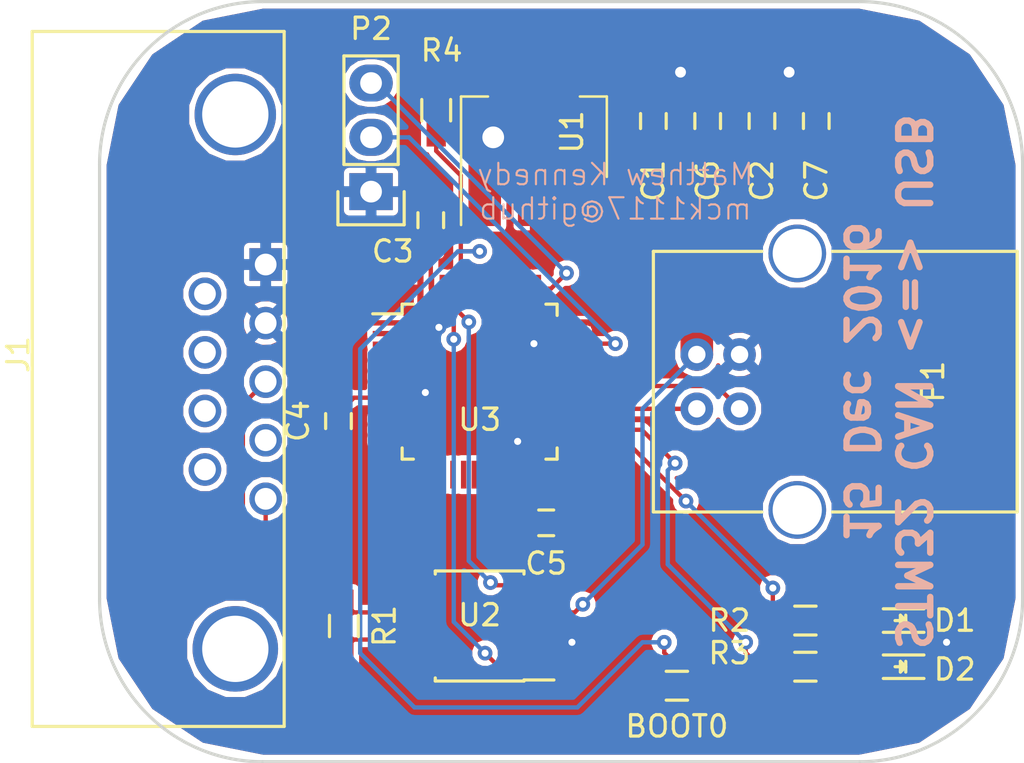
<source format=kicad_pcb>
(kicad_pcb (version 4) (host pcbnew 4.0.4-stable)

  (general
    (links 52)
    (no_connects 1)
    (area 137.084999 72.314999 180.415001 108.025001)
    (thickness 1.6)
    (drawings 10)
    (tracks 143)
    (zones 0)
    (modules 20)
    (nets 55)
  )

  (page A4)
  (layers
    (0 F.Cu signal)
    (31 B.Cu signal)
    (32 B.Adhes user)
    (33 F.Adhes user)
    (34 B.Paste user)
    (35 F.Paste user)
    (36 B.SilkS user)
    (37 F.SilkS user)
    (38 B.Mask user)
    (39 F.Mask user)
    (40 Dwgs.User user)
    (41 Cmts.User user)
    (42 Eco1.User user)
    (43 Eco2.User user)
    (44 Edge.Cuts user)
    (45 Margin user)
    (46 B.CrtYd user)
    (47 F.CrtYd user)
    (48 B.Fab user)
    (49 F.Fab user)
  )

  (setup
    (last_trace_width 0.2032)
    (user_trace_width 0.2032)
    (user_trace_width 0.3048)
    (user_trace_width 0.508)
    (user_trace_width 0.762)
    (user_trace_width 1.016)
    (user_trace_width 1.27)
    (user_trace_width 1.524)
    (user_trace_width 2.032)
    (trace_clearance 0.2032)
    (zone_clearance 0.254)
    (zone_45_only no)
    (trace_min 0.1524)
    (segment_width 0.2)
    (edge_width 0.15)
    (via_size 0.6858)
    (via_drill 0.3302)
    (via_min_size 0.6858)
    (via_min_drill 0.3302)
    (user_via 0.6858 0.3302)
    (user_via 1.016 0.508)
    (user_via 1.524 1.016)
    (uvia_size 0.3)
    (uvia_drill 0.1)
    (uvias_allowed no)
    (uvia_min_size 0.2)
    (uvia_min_drill 0.1)
    (pcb_text_width 0.3)
    (pcb_text_size 1.5 1.5)
    (mod_edge_width 0.15)
    (mod_text_size 1 1)
    (mod_text_width 0.15)
    (pad_size 1.524 1.524)
    (pad_drill 0.762)
    (pad_to_mask_clearance 0.2)
    (aux_axis_origin 0 0)
    (grid_origin 149.86 85.09)
    (visible_elements 7FFFFFFF)
    (pcbplotparams
      (layerselection 0x00030_80000001)
      (usegerberextensions false)
      (excludeedgelayer true)
      (linewidth 0.100000)
      (plotframeref false)
      (viasonmask false)
      (mode 1)
      (useauxorigin false)
      (hpglpennumber 1)
      (hpglpenspeed 20)
      (hpglpendiameter 15)
      (hpglpenoverlay 2)
      (psnegative false)
      (psa4output false)
      (plotreference true)
      (plotvalue true)
      (plotinvisibletext false)
      (padsonsilk false)
      (subtractmaskfromsilk false)
      (outputformat 1)
      (mirror false)
      (drillshape 1)
      (scaleselection 1)
      (outputdirectory ""))
  )

  (net 0 "")
  (net 1 +5V)
  (net 2 GND)
  (net 3 +3V3)
  (net 4 "Net-(J1-Pad3)")
  (net 5 "Net-(J1-Pad4)")
  (net 6 "Net-(J1-Pad5)")
  (net 7 "Net-(J1-Pad6)")
  (net 8 "Net-(J1-Pad7)")
  (net 9 "Net-(J1-Pad8)")
  (net 10 "Net-(J1-Pad9)")
  (net 11 "Net-(P1-Pad2)")
  (net 12 "Net-(P1-Pad3)")
  (net 13 "Net-(P1-Pad5)")
  (net 14 CAN_TX)
  (net 15 CAN_RX)
  (net 16 "Net-(U2-Pad8)")
  (net 17 "Net-(U3-Pad1)")
  (net 18 "Net-(U3-Pad2)")
  (net 19 "Net-(U3-Pad3)")
  (net 20 "Net-(U3-Pad4)")
  (net 21 "Net-(U3-Pad5)")
  (net 22 "Net-(U3-Pad6)")
  (net 23 "Net-(U3-Pad7)")
  (net 24 "Net-(U3-Pad10)")
  (net 25 "Net-(U3-Pad11)")
  (net 26 "Net-(U3-Pad12)")
  (net 27 "Net-(U3-Pad13)")
  (net 28 "Net-(U3-Pad14)")
  (net 29 "Net-(U3-Pad15)")
  (net 30 "Net-(U3-Pad16)")
  (net 31 "Net-(U3-Pad17)")
  (net 32 "Net-(U3-Pad18)")
  (net 33 "Net-(U3-Pad19)")
  (net 34 "Net-(U3-Pad20)")
  (net 35 "Net-(U3-Pad21)")
  (net 36 "Net-(U3-Pad22)")
  (net 37 "Net-(U3-Pad27)")
  (net 38 "Net-(U3-Pad28)")
  (net 39 "Net-(U3-Pad29)")
  (net 40 "Net-(U3-Pad30)")
  (net 41 "Net-(U3-Pad31)")
  (net 42 SWDIO)
  (net 43 SWCLK)
  (net 44 "Net-(U3-Pad38)")
  (net 45 "Net-(U3-Pad39)")
  (net 46 "Net-(U3-Pad40)")
  (net 47 "Net-(U3-Pad41)")
  (net 48 "Net-(U3-Pad42)")
  (net 49 "Net-(U3-Pad43)")
  (net 50 "Net-(BOOT0-Pad1)")
  (net 51 "Net-(D1-Pad2)")
  (net 52 "Net-(D2-Pad2)")
  (net 53 "Net-(R2-Pad1)")
  (net 54 "Net-(R3-Pad1)")

  (net_class Default "This is the default net class."
    (clearance 0.2032)
    (trace_width 0.2032)
    (via_dia 0.6858)
    (via_drill 0.3302)
    (uvia_dia 0.3)
    (uvia_drill 0.1)
    (add_net +3V3)
    (add_net +5V)
    (add_net CAN_RX)
    (add_net CAN_TX)
    (add_net GND)
    (add_net "Net-(BOOT0-Pad1)")
    (add_net "Net-(D1-Pad2)")
    (add_net "Net-(D2-Pad2)")
    (add_net "Net-(J1-Pad3)")
    (add_net "Net-(J1-Pad4)")
    (add_net "Net-(J1-Pad5)")
    (add_net "Net-(J1-Pad6)")
    (add_net "Net-(J1-Pad7)")
    (add_net "Net-(J1-Pad8)")
    (add_net "Net-(J1-Pad9)")
    (add_net "Net-(P1-Pad2)")
    (add_net "Net-(P1-Pad3)")
    (add_net "Net-(P1-Pad5)")
    (add_net "Net-(R2-Pad1)")
    (add_net "Net-(R3-Pad1)")
    (add_net "Net-(U2-Pad8)")
    (add_net "Net-(U3-Pad1)")
    (add_net "Net-(U3-Pad10)")
    (add_net "Net-(U3-Pad11)")
    (add_net "Net-(U3-Pad12)")
    (add_net "Net-(U3-Pad13)")
    (add_net "Net-(U3-Pad14)")
    (add_net "Net-(U3-Pad15)")
    (add_net "Net-(U3-Pad16)")
    (add_net "Net-(U3-Pad17)")
    (add_net "Net-(U3-Pad18)")
    (add_net "Net-(U3-Pad19)")
    (add_net "Net-(U3-Pad2)")
    (add_net "Net-(U3-Pad20)")
    (add_net "Net-(U3-Pad21)")
    (add_net "Net-(U3-Pad22)")
    (add_net "Net-(U3-Pad27)")
    (add_net "Net-(U3-Pad28)")
    (add_net "Net-(U3-Pad29)")
    (add_net "Net-(U3-Pad3)")
    (add_net "Net-(U3-Pad30)")
    (add_net "Net-(U3-Pad31)")
    (add_net "Net-(U3-Pad38)")
    (add_net "Net-(U3-Pad39)")
    (add_net "Net-(U3-Pad4)")
    (add_net "Net-(U3-Pad40)")
    (add_net "Net-(U3-Pad41)")
    (add_net "Net-(U3-Pad42)")
    (add_net "Net-(U3-Pad43)")
    (add_net "Net-(U3-Pad5)")
    (add_net "Net-(U3-Pad6)")
    (add_net "Net-(U3-Pad7)")
    (add_net SWCLK)
    (add_net SWDIO)
  )

  (module Connect:DB9MC (layer F.Cu) (tedit 5853267B) (tstamp 5853164A)
    (at 143.51 90.17 90)
    (descr "Connecteur DB9 male couche")
    (tags "CONN DB9")
    (path /5852869E)
    (fp_text reference J1 (at 1.27 -10.16 90) (layer F.SilkS)
      (effects (font (size 1 1) (thickness 0.15)))
    )
    (fp_text value DB9 (at 1.27 -3.81 90) (layer F.Fab)
      (effects (font (size 1 1) (thickness 0.15)))
    )
    (fp_line (start -16.129 2.286) (end 16.383 2.286) (layer F.SilkS) (width 0.15))
    (fp_line (start 16.383 2.286) (end 16.383 -9.5) (layer F.SilkS) (width 0.15))
    (fp_line (start 16.383 -9.5) (end -16.129 -9.5) (layer F.SilkS) (width 0.15))
    (fp_line (start -16.129 -9.5) (end -16.129 2.286) (layer F.SilkS) (width 0.15))
    (pad "" thru_hole circle (at 12.5 0 90) (size 3.81 3.81) (drill 3.1) (layers *.Cu *.Mask))
    (pad "" thru_hole circle (at -12.5 0 90) (size 4 4) (drill 3.1) (layers *.Cu *.Mask))
    (pad 1 thru_hole rect (at 5.48 1.42 90) (size 1.524 1.524) (drill 1.016) (layers *.Cu *.Mask)
      (net 2 GND))
    (pad 2 thru_hole circle (at 2.74 1.42 90) (size 1.524 1.524) (drill 1.016) (layers *.Cu *.Mask)
      (net 2 GND))
    (pad 3 thru_hole circle (at 0 1.42 90) (size 1.524 1.524) (drill 1.016) (layers *.Cu *.Mask)
      (net 4 "Net-(J1-Pad3)"))
    (pad 4 thru_hole circle (at -2.74 1.42 90) (size 1.524 1.524) (drill 1.016) (layers *.Cu *.Mask)
      (net 5 "Net-(J1-Pad4)"))
    (pad 5 thru_hole circle (at -5.48 1.42 90) (size 1.524 1.524) (drill 1.016) (layers *.Cu *.Mask)
      (net 6 "Net-(J1-Pad5)"))
    (pad 9 thru_hole circle (at -4.11 -1.42 90) (size 1.524 1.524) (drill 1.016) (layers *.Cu *.Mask)
      (net 10 "Net-(J1-Pad9)"))
    (pad 8 thru_hole circle (at -1.37 -1.42 90) (size 1.524 1.524) (drill 1.016) (layers *.Cu *.Mask)
      (net 9 "Net-(J1-Pad8)"))
    (pad 7 thru_hole circle (at 1.37 -1.42 90) (size 1.524 1.524) (drill 1.016) (layers *.Cu *.Mask)
      (net 8 "Net-(J1-Pad7)"))
    (pad 6 thru_hole circle (at 4.11 -1.42 90) (size 1.524 1.524) (drill 1.016) (layers *.Cu *.Mask)
      (net 7 "Net-(J1-Pad6)"))
    (model Connect.3dshapes/DB9MC.wrl
      (at (xyz 0 0 0))
      (scale (xyz 1 1 1))
      (rotate (xyz 0 0 0))
    )
  )

  (module Capacitors_SMD:C_0603_HandSoldering (layer F.Cu) (tedit 541A9B4D) (tstamp 5852F736)
    (at 152.654 82.616 270)
    (descr "Capacitor SMD 0603, hand soldering")
    (tags "capacitor 0603")
    (path /58528F0F)
    (attr smd)
    (fp_text reference C3 (at 1.458 1.778 360) (layer F.SilkS)
      (effects (font (size 1 1) (thickness 0.15)))
    )
    (fp_text value 100nF (at 0 1.9 270) (layer F.Fab)
      (effects (font (size 1 1) (thickness 0.15)))
    )
    (fp_line (start -0.8 0.4) (end -0.8 -0.4) (layer F.Fab) (width 0.15))
    (fp_line (start 0.8 0.4) (end -0.8 0.4) (layer F.Fab) (width 0.15))
    (fp_line (start 0.8 -0.4) (end 0.8 0.4) (layer F.Fab) (width 0.15))
    (fp_line (start -0.8 -0.4) (end 0.8 -0.4) (layer F.Fab) (width 0.15))
    (fp_line (start -1.85 -0.75) (end 1.85 -0.75) (layer F.CrtYd) (width 0.05))
    (fp_line (start -1.85 0.75) (end 1.85 0.75) (layer F.CrtYd) (width 0.05))
    (fp_line (start -1.85 -0.75) (end -1.85 0.75) (layer F.CrtYd) (width 0.05))
    (fp_line (start 1.85 -0.75) (end 1.85 0.75) (layer F.CrtYd) (width 0.05))
    (fp_line (start -0.35 -0.6) (end 0.35 -0.6) (layer F.SilkS) (width 0.15))
    (fp_line (start 0.35 0.6) (end -0.35 0.6) (layer F.SilkS) (width 0.15))
    (pad 1 smd rect (at -0.95 0 270) (size 1.2 0.75) (layers F.Cu F.Paste F.Mask)
      (net 3 +3V3))
    (pad 2 smd rect (at 0.95 0 270) (size 1.2 0.75) (layers F.Cu F.Paste F.Mask)
      (net 2 GND))
    (model Capacitors_SMD.3dshapes/C_0603_HandSoldering.wrl
      (at (xyz 0 0 0))
      (scale (xyz 1 1 1))
      (rotate (xyz 0 0 0))
    )
  )

  (module Capacitors_SMD:C_0603_HandSoldering (layer F.Cu) (tedit 541A9B4D) (tstamp 5852F73C)
    (at 148.336 92.014 90)
    (descr "Capacitor SMD 0603, hand soldering")
    (tags "capacitor 0603")
    (path /58528F4E)
    (attr smd)
    (fp_text reference C4 (at 0 -1.9 90) (layer F.SilkS)
      (effects (font (size 1 1) (thickness 0.15)))
    )
    (fp_text value 100nF (at 0 1.9 90) (layer F.Fab)
      (effects (font (size 1 1) (thickness 0.15)))
    )
    (fp_line (start -0.8 0.4) (end -0.8 -0.4) (layer F.Fab) (width 0.15))
    (fp_line (start 0.8 0.4) (end -0.8 0.4) (layer F.Fab) (width 0.15))
    (fp_line (start 0.8 -0.4) (end 0.8 0.4) (layer F.Fab) (width 0.15))
    (fp_line (start -0.8 -0.4) (end 0.8 -0.4) (layer F.Fab) (width 0.15))
    (fp_line (start -1.85 -0.75) (end 1.85 -0.75) (layer F.CrtYd) (width 0.05))
    (fp_line (start -1.85 0.75) (end 1.85 0.75) (layer F.CrtYd) (width 0.05))
    (fp_line (start -1.85 -0.75) (end -1.85 0.75) (layer F.CrtYd) (width 0.05))
    (fp_line (start 1.85 -0.75) (end 1.85 0.75) (layer F.CrtYd) (width 0.05))
    (fp_line (start -0.35 -0.6) (end 0.35 -0.6) (layer F.SilkS) (width 0.15))
    (fp_line (start 0.35 0.6) (end -0.35 0.6) (layer F.SilkS) (width 0.15))
    (pad 1 smd rect (at -0.95 0 90) (size 1.2 0.75) (layers F.Cu F.Paste F.Mask)
      (net 3 +3V3))
    (pad 2 smd rect (at 0.95 0 90) (size 1.2 0.75) (layers F.Cu F.Paste F.Mask)
      (net 2 GND))
    (model Capacitors_SMD.3dshapes/C_0603_HandSoldering.wrl
      (at (xyz 0 0 0))
      (scale (xyz 1 1 1))
      (rotate (xyz 0 0 0))
    )
  )

  (module Capacitors_SMD:C_0603_HandSoldering (layer F.Cu) (tedit 541A9B4D) (tstamp 5852F742)
    (at 158.054 96.774 180)
    (descr "Capacitor SMD 0603, hand soldering")
    (tags "capacitor 0603")
    (path /58528F80)
    (attr smd)
    (fp_text reference C5 (at 0 -1.9 180) (layer F.SilkS)
      (effects (font (size 1 1) (thickness 0.15)))
    )
    (fp_text value 100nF (at 0 1.9 180) (layer F.Fab)
      (effects (font (size 1 1) (thickness 0.15)))
    )
    (fp_line (start -0.8 0.4) (end -0.8 -0.4) (layer F.Fab) (width 0.15))
    (fp_line (start 0.8 0.4) (end -0.8 0.4) (layer F.Fab) (width 0.15))
    (fp_line (start 0.8 -0.4) (end 0.8 0.4) (layer F.Fab) (width 0.15))
    (fp_line (start -0.8 -0.4) (end 0.8 -0.4) (layer F.Fab) (width 0.15))
    (fp_line (start -1.85 -0.75) (end 1.85 -0.75) (layer F.CrtYd) (width 0.05))
    (fp_line (start -1.85 0.75) (end 1.85 0.75) (layer F.CrtYd) (width 0.05))
    (fp_line (start -1.85 -0.75) (end -1.85 0.75) (layer F.CrtYd) (width 0.05))
    (fp_line (start 1.85 -0.75) (end 1.85 0.75) (layer F.CrtYd) (width 0.05))
    (fp_line (start -0.35 -0.6) (end 0.35 -0.6) (layer F.SilkS) (width 0.15))
    (fp_line (start 0.35 0.6) (end -0.35 0.6) (layer F.SilkS) (width 0.15))
    (pad 1 smd rect (at -0.95 0 180) (size 1.2 0.75) (layers F.Cu F.Paste F.Mask)
      (net 3 +3V3))
    (pad 2 smd rect (at 0.95 0 180) (size 1.2 0.75) (layers F.Cu F.Paste F.Mask)
      (net 2 GND))
    (model Capacitors_SMD.3dshapes/C_0603_HandSoldering.wrl
      (at (xyz 0 0 0))
      (scale (xyz 1 1 1))
      (rotate (xyz 0 0 0))
    )
  )

  (module Connect:USB_B (layer F.Cu) (tedit 55B36073) (tstamp 5852F75B)
    (at 165.1 88.9)
    (descr "USB B connector")
    (tags "USB_B USB_DEV")
    (path /58528AA1)
    (fp_text reference P1 (at 11.049 1.27 90) (layer F.SilkS)
      (effects (font (size 1 1) (thickness 0.15)))
    )
    (fp_text value USB_B (at 4.699 1.27 90) (layer F.Fab)
      (effects (font (size 1 1) (thickness 0.15)))
    )
    (fp_line (start 15.25 8.9) (end -2.3 8.9) (layer F.CrtYd) (width 0.05))
    (fp_line (start -2.3 8.9) (end -2.3 -6.35) (layer F.CrtYd) (width 0.05))
    (fp_line (start -2.3 -6.35) (end 15.25 -6.35) (layer F.CrtYd) (width 0.05))
    (fp_line (start 15.25 -6.35) (end 15.25 8.9) (layer F.CrtYd) (width 0.05))
    (fp_line (start 6.35 7.366) (end 14.986 7.366) (layer F.SilkS) (width 0.15))
    (fp_line (start -2.032 7.366) (end 3.048 7.366) (layer F.SilkS) (width 0.15))
    (fp_line (start 6.35 -4.826) (end 14.986 -4.826) (layer F.SilkS) (width 0.15))
    (fp_line (start -2.032 -4.826) (end 3.048 -4.826) (layer F.SilkS) (width 0.15))
    (fp_line (start 14.986 -4.826) (end 14.986 7.366) (layer F.SilkS) (width 0.15))
    (fp_line (start -2.032 7.366) (end -2.032 -4.826) (layer F.SilkS) (width 0.15))
    (pad 2 thru_hole circle (at 0 2.54 270) (size 1.524 1.524) (drill 0.8128) (layers *.Cu *.Mask)
      (net 11 "Net-(P1-Pad2)"))
    (pad 1 thru_hole circle (at 0 0 270) (size 1.524 1.524) (drill 0.8128) (layers *.Cu *.Mask)
      (net 1 +5V))
    (pad 4 thru_hole circle (at 1.99898 0 270) (size 1.524 1.524) (drill 0.8128) (layers *.Cu *.Mask)
      (net 2 GND))
    (pad 3 thru_hole circle (at 1.99898 2.54 270) (size 1.524 1.524) (drill 0.8128) (layers *.Cu *.Mask)
      (net 12 "Net-(P1-Pad3)"))
    (pad 5 thru_hole circle (at 4.699 7.26948 270) (size 2.70002 2.70002) (drill 2.30124) (layers *.Cu *.Mask)
      (net 13 "Net-(P1-Pad5)"))
    (pad 5 thru_hole circle (at 4.699 -4.72948 270) (size 2.70002 2.70002) (drill 2.30124) (layers *.Cu *.Mask)
      (net 13 "Net-(P1-Pad5)"))
    (model Connect.3dshapes/USB_B.wrl
      (at (xyz 0.185 -0.05 0.001))
      (scale (xyz 0.3937 0.3937 0.3937))
      (rotate (xyz 0 0 -90))
    )
  )

  (module Resistors_SMD:R_0603_HandSoldering (layer F.Cu) (tedit 58307AEF) (tstamp 5852F761)
    (at 148.59 101.6 270)
    (descr "Resistor SMD 0603, hand soldering")
    (tags "resistor 0603")
    (path /5852A698)
    (attr smd)
    (fp_text reference R1 (at 0 -1.9 270) (layer F.SilkS)
      (effects (font (size 1 1) (thickness 0.15)))
    )
    (fp_text value 120 (at 0 1.9 270) (layer F.Fab)
      (effects (font (size 1 1) (thickness 0.15)))
    )
    (fp_line (start -0.8 0.4) (end -0.8 -0.4) (layer F.Fab) (width 0.1))
    (fp_line (start 0.8 0.4) (end -0.8 0.4) (layer F.Fab) (width 0.1))
    (fp_line (start 0.8 -0.4) (end 0.8 0.4) (layer F.Fab) (width 0.1))
    (fp_line (start -0.8 -0.4) (end 0.8 -0.4) (layer F.Fab) (width 0.1))
    (fp_line (start -2 -0.8) (end 2 -0.8) (layer F.CrtYd) (width 0.05))
    (fp_line (start -2 0.8) (end 2 0.8) (layer F.CrtYd) (width 0.05))
    (fp_line (start -2 -0.8) (end -2 0.8) (layer F.CrtYd) (width 0.05))
    (fp_line (start 2 -0.8) (end 2 0.8) (layer F.CrtYd) (width 0.05))
    (fp_line (start 0.5 0.675) (end -0.5 0.675) (layer F.SilkS) (width 0.15))
    (fp_line (start -0.5 -0.675) (end 0.5 -0.675) (layer F.SilkS) (width 0.15))
    (pad 1 smd rect (at -1.1 0 270) (size 1.2 0.9) (layers F.Cu F.Paste F.Mask)
      (net 6 "Net-(J1-Pad5)"))
    (pad 2 smd rect (at 1.1 0 270) (size 1.2 0.9) (layers F.Cu F.Paste F.Mask)
      (net 4 "Net-(J1-Pad3)"))
    (model Resistors_SMD.3dshapes/R_0603_HandSoldering.wrl
      (at (xyz 0 0 0))
      (scale (xyz 1 1 1))
      (rotate (xyz 0 0 0))
    )
  )

  (module TO_SOT_Packages_SMD:SOT-223 (layer F.Cu) (tedit 583F3B4E) (tstamp 5852F769)
    (at 157.48 78.74 90)
    (descr "module CMS SOT223 4 pins")
    (tags "CMS SOT")
    (path /5852F7A6)
    (attr smd)
    (fp_text reference U1 (at 0.254 1.778 90) (layer F.SilkS)
      (effects (font (size 1 1) (thickness 0.15)))
    )
    (fp_text value LM1117-3.3 (at 0 4.5 90) (layer F.Fab)
      (effects (font (size 1 1) (thickness 0.15)))
    )
    (fp_line (start 1.91 3.41) (end 1.91 2.15) (layer F.SilkS) (width 0.12))
    (fp_line (start 1.91 -3.41) (end 1.91 -2.15) (layer F.SilkS) (width 0.12))
    (fp_line (start 4.4 -3.6) (end -4.4 -3.6) (layer F.CrtYd) (width 0.05))
    (fp_line (start 4.4 3.6) (end 4.4 -3.6) (layer F.CrtYd) (width 0.05))
    (fp_line (start -4.4 3.6) (end 4.4 3.6) (layer F.CrtYd) (width 0.05))
    (fp_line (start -4.4 -3.6) (end -4.4 3.6) (layer F.CrtYd) (width 0.05))
    (fp_line (start -1.85 -3.35) (end -1.85 3.35) (layer F.Fab) (width 0.15))
    (fp_line (start -1.85 3.41) (end 1.91 3.41) (layer F.SilkS) (width 0.12))
    (fp_line (start -1.85 -3.35) (end 1.85 -3.35) (layer F.Fab) (width 0.15))
    (fp_line (start -4.1 -3.41) (end 1.91 -3.41) (layer F.SilkS) (width 0.12))
    (fp_line (start -1.85 3.35) (end 1.85 3.35) (layer F.Fab) (width 0.15))
    (fp_line (start 1.85 -3.35) (end 1.85 3.35) (layer F.Fab) (width 0.15))
    (pad 4 smd rect (at 3.15 0 90) (size 2 3.8) (layers F.Cu F.Paste F.Mask)
      (net 3 +3V3))
    (pad 2 smd rect (at -3.15 0 90) (size 2 1.5) (layers F.Cu F.Paste F.Mask)
      (net 3 +3V3))
    (pad 3 smd rect (at -3.15 2.3 90) (size 2 1.5) (layers F.Cu F.Paste F.Mask)
      (net 1 +5V))
    (pad 1 smd rect (at -3.15 -2.3 90) (size 2 1.5) (layers F.Cu F.Paste F.Mask)
      (net 2 GND))
    (model TO_SOT_Packages_SMD.3dshapes/SOT-223.wrl
      (at (xyz 0 0 0))
      (scale (xyz 0.4 0.4 0.4))
      (rotate (xyz 0 0 90))
    )
  )

  (module Housings_SOIC:SOIC-8_3.9x4.9mm_Pitch1.27mm (layer F.Cu) (tedit 54130A77) (tstamp 5852F775)
    (at 154.94 101.6 180)
    (descr "8-Lead Plastic Small Outline (SN) - Narrow, 3.90 mm Body [SOIC] (see Microchip Packaging Specification 00000049BS.pdf)")
    (tags "SOIC 1.27")
    (path /585285E1)
    (attr smd)
    (fp_text reference U2 (at 0 0.508 180) (layer F.SilkS)
      (effects (font (size 1 1) (thickness 0.15)))
    )
    (fp_text value MCP2562-E/SN (at 0 3.5 180) (layer F.Fab)
      (effects (font (size 1 1) (thickness 0.15)))
    )
    (fp_line (start -0.95 -2.45) (end 1.95 -2.45) (layer F.Fab) (width 0.15))
    (fp_line (start 1.95 -2.45) (end 1.95 2.45) (layer F.Fab) (width 0.15))
    (fp_line (start 1.95 2.45) (end -1.95 2.45) (layer F.Fab) (width 0.15))
    (fp_line (start -1.95 2.45) (end -1.95 -1.45) (layer F.Fab) (width 0.15))
    (fp_line (start -1.95 -1.45) (end -0.95 -2.45) (layer F.Fab) (width 0.15))
    (fp_line (start -3.75 -2.75) (end -3.75 2.75) (layer F.CrtYd) (width 0.05))
    (fp_line (start 3.75 -2.75) (end 3.75 2.75) (layer F.CrtYd) (width 0.05))
    (fp_line (start -3.75 -2.75) (end 3.75 -2.75) (layer F.CrtYd) (width 0.05))
    (fp_line (start -3.75 2.75) (end 3.75 2.75) (layer F.CrtYd) (width 0.05))
    (fp_line (start -2.075 -2.575) (end -2.075 -2.525) (layer F.SilkS) (width 0.15))
    (fp_line (start 2.075 -2.575) (end 2.075 -2.43) (layer F.SilkS) (width 0.15))
    (fp_line (start 2.075 2.575) (end 2.075 2.43) (layer F.SilkS) (width 0.15))
    (fp_line (start -2.075 2.575) (end -2.075 2.43) (layer F.SilkS) (width 0.15))
    (fp_line (start -2.075 -2.575) (end 2.075 -2.575) (layer F.SilkS) (width 0.15))
    (fp_line (start -2.075 2.575) (end 2.075 2.575) (layer F.SilkS) (width 0.15))
    (fp_line (start -2.075 -2.525) (end -3.475 -2.525) (layer F.SilkS) (width 0.15))
    (pad 1 smd rect (at -2.7 -1.905 180) (size 1.55 0.6) (layers F.Cu F.Paste F.Mask)
      (net 14 CAN_TX))
    (pad 2 smd rect (at -2.7 -0.635 180) (size 1.55 0.6) (layers F.Cu F.Paste F.Mask)
      (net 2 GND))
    (pad 3 smd rect (at -2.7 0.635 180) (size 1.55 0.6) (layers F.Cu F.Paste F.Mask)
      (net 1 +5V))
    (pad 4 smd rect (at -2.7 1.905 180) (size 1.55 0.6) (layers F.Cu F.Paste F.Mask)
      (net 15 CAN_RX))
    (pad 5 smd rect (at 2.7 1.905 180) (size 1.55 0.6) (layers F.Cu F.Paste F.Mask)
      (net 3 +3V3))
    (pad 6 smd rect (at 2.7 0.635 180) (size 1.55 0.6) (layers F.Cu F.Paste F.Mask)
      (net 6 "Net-(J1-Pad5)"))
    (pad 7 smd rect (at 2.7 -0.635 180) (size 1.55 0.6) (layers F.Cu F.Paste F.Mask)
      (net 4 "Net-(J1-Pad3)"))
    (pad 8 smd rect (at 2.7 -1.905 180) (size 1.55 0.6) (layers F.Cu F.Paste F.Mask)
      (net 16 "Net-(U2-Pad8)"))
    (model Housings_SOIC.3dshapes/SOIC-8_3.9x4.9mm_Pitch1.27mm.wrl
      (at (xyz 0 0 0))
      (scale (xyz 1 1 1))
      (rotate (xyz 0 0 0))
    )
  )

  (module Housings_QFP:LQFP-48_7x7mm_Pitch0.5mm (layer F.Cu) (tedit 54130A77) (tstamp 5852F7A9)
    (at 154.94 90.17)
    (descr "48 LEAD LQFP 7x7mm (see MICREL LQFP7x7-48LD-PL-1.pdf)")
    (tags "QFP 0.5")
    (path /5852840F)
    (attr smd)
    (fp_text reference U3 (at 0 1.778) (layer F.SilkS)
      (effects (font (size 1 1) (thickness 0.15)))
    )
    (fp_text value STM32F042C4Tx (at 0 6) (layer F.Fab)
      (effects (font (size 1 1) (thickness 0.15)))
    )
    (fp_text user %R (at 0 0) (layer F.Fab)
      (effects (font (size 1 1) (thickness 0.15)))
    )
    (fp_line (start -2.5 -3.5) (end 3.5 -3.5) (layer F.Fab) (width 0.15))
    (fp_line (start 3.5 -3.5) (end 3.5 3.5) (layer F.Fab) (width 0.15))
    (fp_line (start 3.5 3.5) (end -3.5 3.5) (layer F.Fab) (width 0.15))
    (fp_line (start -3.5 3.5) (end -3.5 -2.5) (layer F.Fab) (width 0.15))
    (fp_line (start -3.5 -2.5) (end -2.5 -3.5) (layer F.Fab) (width 0.15))
    (fp_line (start -5.25 -5.25) (end -5.25 5.25) (layer F.CrtYd) (width 0.05))
    (fp_line (start 5.25 -5.25) (end 5.25 5.25) (layer F.CrtYd) (width 0.05))
    (fp_line (start -5.25 -5.25) (end 5.25 -5.25) (layer F.CrtYd) (width 0.05))
    (fp_line (start -5.25 5.25) (end 5.25 5.25) (layer F.CrtYd) (width 0.05))
    (fp_line (start -3.625 -3.625) (end -3.625 -3.175) (layer F.SilkS) (width 0.15))
    (fp_line (start 3.625 -3.625) (end 3.625 -3.1) (layer F.SilkS) (width 0.15))
    (fp_line (start 3.625 3.625) (end 3.625 3.1) (layer F.SilkS) (width 0.15))
    (fp_line (start -3.625 3.625) (end -3.625 3.1) (layer F.SilkS) (width 0.15))
    (fp_line (start -3.625 -3.625) (end -3.1 -3.625) (layer F.SilkS) (width 0.15))
    (fp_line (start -3.625 3.625) (end -3.1 3.625) (layer F.SilkS) (width 0.15))
    (fp_line (start 3.625 3.625) (end 3.1 3.625) (layer F.SilkS) (width 0.15))
    (fp_line (start 3.625 -3.625) (end 3.1 -3.625) (layer F.SilkS) (width 0.15))
    (fp_line (start -3.625 -3.175) (end -5 -3.175) (layer F.SilkS) (width 0.15))
    (pad 1 smd rect (at -4.35 -2.75) (size 1.3 0.25) (layers F.Cu F.Paste F.Mask)
      (net 17 "Net-(U3-Pad1)"))
    (pad 2 smd rect (at -4.35 -2.25) (size 1.3 0.25) (layers F.Cu F.Paste F.Mask)
      (net 18 "Net-(U3-Pad2)"))
    (pad 3 smd rect (at -4.35 -1.75) (size 1.3 0.25) (layers F.Cu F.Paste F.Mask)
      (net 19 "Net-(U3-Pad3)"))
    (pad 4 smd rect (at -4.35 -1.25) (size 1.3 0.25) (layers F.Cu F.Paste F.Mask)
      (net 20 "Net-(U3-Pad4)"))
    (pad 5 smd rect (at -4.35 -0.75) (size 1.3 0.25) (layers F.Cu F.Paste F.Mask)
      (net 21 "Net-(U3-Pad5)"))
    (pad 6 smd rect (at -4.35 -0.25) (size 1.3 0.25) (layers F.Cu F.Paste F.Mask)
      (net 22 "Net-(U3-Pad6)"))
    (pad 7 smd rect (at -4.35 0.25) (size 1.3 0.25) (layers F.Cu F.Paste F.Mask)
      (net 23 "Net-(U3-Pad7)"))
    (pad 8 smd rect (at -4.35 0.75) (size 1.3 0.25) (layers F.Cu F.Paste F.Mask)
      (net 2 GND))
    (pad 9 smd rect (at -4.35 1.25) (size 1.3 0.25) (layers F.Cu F.Paste F.Mask)
      (net 3 +3V3))
    (pad 10 smd rect (at -4.35 1.75) (size 1.3 0.25) (layers F.Cu F.Paste F.Mask)
      (net 24 "Net-(U3-Pad10)"))
    (pad 11 smd rect (at -4.35 2.25) (size 1.3 0.25) (layers F.Cu F.Paste F.Mask)
      (net 25 "Net-(U3-Pad11)"))
    (pad 12 smd rect (at -4.35 2.75) (size 1.3 0.25) (layers F.Cu F.Paste F.Mask)
      (net 26 "Net-(U3-Pad12)"))
    (pad 13 smd rect (at -2.75 4.35 90) (size 1.3 0.25) (layers F.Cu F.Paste F.Mask)
      (net 27 "Net-(U3-Pad13)"))
    (pad 14 smd rect (at -2.25 4.35 90) (size 1.3 0.25) (layers F.Cu F.Paste F.Mask)
      (net 28 "Net-(U3-Pad14)"))
    (pad 15 smd rect (at -1.75 4.35 90) (size 1.3 0.25) (layers F.Cu F.Paste F.Mask)
      (net 29 "Net-(U3-Pad15)"))
    (pad 16 smd rect (at -1.25 4.35 90) (size 1.3 0.25) (layers F.Cu F.Paste F.Mask)
      (net 30 "Net-(U3-Pad16)"))
    (pad 17 smd rect (at -0.75 4.35 90) (size 1.3 0.25) (layers F.Cu F.Paste F.Mask)
      (net 31 "Net-(U3-Pad17)"))
    (pad 18 smd rect (at -0.25 4.35 90) (size 1.3 0.25) (layers F.Cu F.Paste F.Mask)
      (net 32 "Net-(U3-Pad18)"))
    (pad 19 smd rect (at 0.25 4.35 90) (size 1.3 0.25) (layers F.Cu F.Paste F.Mask)
      (net 33 "Net-(U3-Pad19)"))
    (pad 20 smd rect (at 0.75 4.35 90) (size 1.3 0.25) (layers F.Cu F.Paste F.Mask)
      (net 34 "Net-(U3-Pad20)"))
    (pad 21 smd rect (at 1.25 4.35 90) (size 1.3 0.25) (layers F.Cu F.Paste F.Mask)
      (net 35 "Net-(U3-Pad21)"))
    (pad 22 smd rect (at 1.75 4.35 90) (size 1.3 0.25) (layers F.Cu F.Paste F.Mask)
      (net 36 "Net-(U3-Pad22)"))
    (pad 23 smd rect (at 2.25 4.35 90) (size 1.3 0.25) (layers F.Cu F.Paste F.Mask)
      (net 2 GND))
    (pad 24 smd rect (at 2.75 4.35 90) (size 1.3 0.25) (layers F.Cu F.Paste F.Mask)
      (net 3 +3V3))
    (pad 25 smd rect (at 4.35 2.75) (size 1.3 0.25) (layers F.Cu F.Paste F.Mask)
      (net 53 "Net-(R2-Pad1)"))
    (pad 26 smd rect (at 4.35 2.25) (size 1.3 0.25) (layers F.Cu F.Paste F.Mask)
      (net 54 "Net-(R3-Pad1)"))
    (pad 27 smd rect (at 4.35 1.75) (size 1.3 0.25) (layers F.Cu F.Paste F.Mask)
      (net 37 "Net-(U3-Pad27)"))
    (pad 28 smd rect (at 4.35 1.25) (size 1.3 0.25) (layers F.Cu F.Paste F.Mask)
      (net 38 "Net-(U3-Pad28)"))
    (pad 29 smd rect (at 4.35 0.75) (size 1.3 0.25) (layers F.Cu F.Paste F.Mask)
      (net 39 "Net-(U3-Pad29)"))
    (pad 30 smd rect (at 4.35 0.25) (size 1.3 0.25) (layers F.Cu F.Paste F.Mask)
      (net 40 "Net-(U3-Pad30)"))
    (pad 31 smd rect (at 4.35 -0.25) (size 1.3 0.25) (layers F.Cu F.Paste F.Mask)
      (net 41 "Net-(U3-Pad31)"))
    (pad 32 smd rect (at 4.35 -0.75) (size 1.3 0.25) (layers F.Cu F.Paste F.Mask)
      (net 11 "Net-(P1-Pad2)"))
    (pad 33 smd rect (at 4.35 -1.25) (size 1.3 0.25) (layers F.Cu F.Paste F.Mask)
      (net 12 "Net-(P1-Pad3)"))
    (pad 34 smd rect (at 4.35 -1.75) (size 1.3 0.25) (layers F.Cu F.Paste F.Mask)
      (net 42 SWDIO))
    (pad 35 smd rect (at 4.35 -2.25) (size 1.3 0.25) (layers F.Cu F.Paste F.Mask)
      (net 2 GND))
    (pad 36 smd rect (at 4.35 -2.75) (size 1.3 0.25) (layers F.Cu F.Paste F.Mask)
      (net 3 +3V3))
    (pad 37 smd rect (at 2.75 -4.35 90) (size 1.3 0.25) (layers F.Cu F.Paste F.Mask)
      (net 43 SWCLK))
    (pad 38 smd rect (at 2.25 -4.35 90) (size 1.3 0.25) (layers F.Cu F.Paste F.Mask)
      (net 44 "Net-(U3-Pad38)"))
    (pad 39 smd rect (at 1.75 -4.35 90) (size 1.3 0.25) (layers F.Cu F.Paste F.Mask)
      (net 45 "Net-(U3-Pad39)"))
    (pad 40 smd rect (at 1.25 -4.35 90) (size 1.3 0.25) (layers F.Cu F.Paste F.Mask)
      (net 46 "Net-(U3-Pad40)"))
    (pad 41 smd rect (at 0.75 -4.35 90) (size 1.3 0.25) (layers F.Cu F.Paste F.Mask)
      (net 47 "Net-(U3-Pad41)"))
    (pad 42 smd rect (at 0.25 -4.35 90) (size 1.3 0.25) (layers F.Cu F.Paste F.Mask)
      (net 48 "Net-(U3-Pad42)"))
    (pad 43 smd rect (at -0.25 -4.35 90) (size 1.3 0.25) (layers F.Cu F.Paste F.Mask)
      (net 49 "Net-(U3-Pad43)"))
    (pad 44 smd rect (at -0.75 -4.35 90) (size 1.3 0.25) (layers F.Cu F.Paste F.Mask)
      (net 50 "Net-(BOOT0-Pad1)"))
    (pad 45 smd rect (at -1.25 -4.35 90) (size 1.3 0.25) (layers F.Cu F.Paste F.Mask)
      (net 15 CAN_RX))
    (pad 46 smd rect (at -1.75 -4.35 90) (size 1.3 0.25) (layers F.Cu F.Paste F.Mask)
      (net 14 CAN_TX))
    (pad 47 smd rect (at -2.25 -4.35 90) (size 1.3 0.25) (layers F.Cu F.Paste F.Mask)
      (net 2 GND))
    (pad 48 smd rect (at -2.75 -4.35 90) (size 1.3 0.25) (layers F.Cu F.Paste F.Mask)
      (net 3 +3V3))
    (model Housings_QFP.3dshapes/LQFP-48_7x7mm_Pitch0.5mm.wrl
      (at (xyz 0 0 0))
      (scale (xyz 1 1 1))
      (rotate (xyz 0 0 0))
    )
  )

  (module Pin_Headers:Pin_Header_Straight_1x03 (layer F.Cu) (tedit 0) (tstamp 5852FBCB)
    (at 149.86 81.28 180)
    (descr "Through hole pin header")
    (tags "pin header")
    (path /5852FC04)
    (fp_text reference P2 (at 0 7.62 180) (layer F.SilkS)
      (effects (font (size 1 1) (thickness 0.15)))
    )
    (fp_text value CONN_01X03 (at 0 -3.1 180) (layer F.Fab)
      (effects (font (size 1 1) (thickness 0.15)))
    )
    (fp_line (start -1.75 -1.75) (end -1.75 6.85) (layer F.CrtYd) (width 0.05))
    (fp_line (start 1.75 -1.75) (end 1.75 6.85) (layer F.CrtYd) (width 0.05))
    (fp_line (start -1.75 -1.75) (end 1.75 -1.75) (layer F.CrtYd) (width 0.05))
    (fp_line (start -1.75 6.85) (end 1.75 6.85) (layer F.CrtYd) (width 0.05))
    (fp_line (start -1.27 1.27) (end -1.27 6.35) (layer F.SilkS) (width 0.15))
    (fp_line (start -1.27 6.35) (end 1.27 6.35) (layer F.SilkS) (width 0.15))
    (fp_line (start 1.27 6.35) (end 1.27 1.27) (layer F.SilkS) (width 0.15))
    (fp_line (start 1.55 -1.55) (end 1.55 0) (layer F.SilkS) (width 0.15))
    (fp_line (start 1.27 1.27) (end -1.27 1.27) (layer F.SilkS) (width 0.15))
    (fp_line (start -1.55 0) (end -1.55 -1.55) (layer F.SilkS) (width 0.15))
    (fp_line (start -1.55 -1.55) (end 1.55 -1.55) (layer F.SilkS) (width 0.15))
    (pad 1 thru_hole rect (at 0 0 180) (size 2.032 1.7272) (drill 1.016) (layers *.Cu *.Mask)
      (net 2 GND))
    (pad 2 thru_hole oval (at 0 2.54 180) (size 2.032 1.7272) (drill 1.016) (layers *.Cu *.Mask)
      (net 42 SWDIO))
    (pad 3 thru_hole oval (at 0 5.08 180) (size 2.032 1.7272) (drill 1.016) (layers *.Cu *.Mask)
      (net 43 SWCLK))
    (model Pin_Headers.3dshapes/Pin_Header_Straight_1x03.wrl
      (at (xyz 0 -0.1 0))
      (scale (xyz 1 1 1))
      (rotate (xyz 0 0 90))
    )
  )

  (module Resistors_SMD:R_0603_HandSoldering (layer F.Cu) (tedit 58307AEF) (tstamp 58531067)
    (at 164.168 104.394 180)
    (descr "Resistor SMD 0603, hand soldering")
    (tags "resistor 0603")
    (path /58531551)
    (attr smd)
    (fp_text reference BOOT0 (at 0 -1.9 180) (layer F.SilkS)
      (effects (font (size 1 1) (thickness 0.15)))
    )
    (fp_text value R (at 0 1.9 180) (layer F.Fab)
      (effects (font (size 1 1) (thickness 0.15)))
    )
    (fp_line (start -0.8 0.4) (end -0.8 -0.4) (layer F.Fab) (width 0.1))
    (fp_line (start 0.8 0.4) (end -0.8 0.4) (layer F.Fab) (width 0.1))
    (fp_line (start 0.8 -0.4) (end 0.8 0.4) (layer F.Fab) (width 0.1))
    (fp_line (start -0.8 -0.4) (end 0.8 -0.4) (layer F.Fab) (width 0.1))
    (fp_line (start -2 -0.8) (end 2 -0.8) (layer F.CrtYd) (width 0.05))
    (fp_line (start -2 0.8) (end 2 0.8) (layer F.CrtYd) (width 0.05))
    (fp_line (start -2 -0.8) (end -2 0.8) (layer F.CrtYd) (width 0.05))
    (fp_line (start 2 -0.8) (end 2 0.8) (layer F.CrtYd) (width 0.05))
    (fp_line (start 0.5 0.675) (end -0.5 0.675) (layer F.SilkS) (width 0.15))
    (fp_line (start -0.5 -0.675) (end 0.5 -0.675) (layer F.SilkS) (width 0.15))
    (pad 1 smd rect (at -1.1 0 180) (size 1.2 0.9) (layers F.Cu F.Paste F.Mask)
      (net 50 "Net-(BOOT0-Pad1)"))
    (pad 2 smd rect (at 1.1 0 180) (size 1.2 0.9) (layers F.Cu F.Paste F.Mask)
      (net 3 +3V3))
    (model Resistors_SMD.3dshapes/R_0603_HandSoldering.wrl
      (at (xyz 0 0 0))
      (scale (xyz 1 1 1))
      (rotate (xyz 0 0 0))
    )
  )

  (module Capacitors_SMD:C_0603_HandSoldering (layer F.Cu) (tedit 541A9B4D) (tstamp 5853106D)
    (at 165.608 77.978 90)
    (descr "Capacitor SMD 0603, hand soldering")
    (tags "capacitor 0603")
    (path /58531F4A)
    (attr smd)
    (fp_text reference C6 (at -2.794 0 90) (layer F.SilkS)
      (effects (font (size 1 1) (thickness 0.15)))
    )
    (fp_text value 4.7uF (at 0 1.9 90) (layer F.Fab)
      (effects (font (size 1 1) (thickness 0.15)))
    )
    (fp_line (start -0.8 0.4) (end -0.8 -0.4) (layer F.Fab) (width 0.15))
    (fp_line (start 0.8 0.4) (end -0.8 0.4) (layer F.Fab) (width 0.15))
    (fp_line (start 0.8 -0.4) (end 0.8 0.4) (layer F.Fab) (width 0.15))
    (fp_line (start -0.8 -0.4) (end 0.8 -0.4) (layer F.Fab) (width 0.15))
    (fp_line (start -1.85 -0.75) (end 1.85 -0.75) (layer F.CrtYd) (width 0.05))
    (fp_line (start -1.85 0.75) (end 1.85 0.75) (layer F.CrtYd) (width 0.05))
    (fp_line (start -1.85 -0.75) (end -1.85 0.75) (layer F.CrtYd) (width 0.05))
    (fp_line (start 1.85 -0.75) (end 1.85 0.75) (layer F.CrtYd) (width 0.05))
    (fp_line (start -0.35 -0.6) (end 0.35 -0.6) (layer F.SilkS) (width 0.15))
    (fp_line (start 0.35 0.6) (end -0.35 0.6) (layer F.SilkS) (width 0.15))
    (pad 1 smd rect (at -0.95 0 90) (size 1.2 0.75) (layers F.Cu F.Paste F.Mask)
      (net 1 +5V))
    (pad 2 smd rect (at 0.95 0 90) (size 1.2 0.75) (layers F.Cu F.Paste F.Mask)
      (net 2 GND))
    (model Capacitors_SMD.3dshapes/C_0603_HandSoldering.wrl
      (at (xyz 0 0 0))
      (scale (xyz 1 1 1))
      (rotate (xyz 0 0 0))
    )
  )

  (module Capacitors_SMD:C_0603_HandSoldering (layer F.Cu) (tedit 541A9B4D) (tstamp 58531073)
    (at 170.688 77.978 90)
    (descr "Capacitor SMD 0603, hand soldering")
    (tags "capacitor 0603")
    (path /5853210C)
    (attr smd)
    (fp_text reference C7 (at -2.794 0 90) (layer F.SilkS)
      (effects (font (size 1 1) (thickness 0.15)))
    )
    (fp_text value 4.7uF (at 0 1.9 90) (layer F.Fab)
      (effects (font (size 1 1) (thickness 0.15)))
    )
    (fp_line (start -0.8 0.4) (end -0.8 -0.4) (layer F.Fab) (width 0.15))
    (fp_line (start 0.8 0.4) (end -0.8 0.4) (layer F.Fab) (width 0.15))
    (fp_line (start 0.8 -0.4) (end 0.8 0.4) (layer F.Fab) (width 0.15))
    (fp_line (start -0.8 -0.4) (end 0.8 -0.4) (layer F.Fab) (width 0.15))
    (fp_line (start -1.85 -0.75) (end 1.85 -0.75) (layer F.CrtYd) (width 0.05))
    (fp_line (start -1.85 0.75) (end 1.85 0.75) (layer F.CrtYd) (width 0.05))
    (fp_line (start -1.85 -0.75) (end -1.85 0.75) (layer F.CrtYd) (width 0.05))
    (fp_line (start 1.85 -0.75) (end 1.85 0.75) (layer F.CrtYd) (width 0.05))
    (fp_line (start -0.35 -0.6) (end 0.35 -0.6) (layer F.SilkS) (width 0.15))
    (fp_line (start 0.35 0.6) (end -0.35 0.6) (layer F.SilkS) (width 0.15))
    (pad 1 smd rect (at -0.95 0 90) (size 1.2 0.75) (layers F.Cu F.Paste F.Mask)
      (net 3 +3V3))
    (pad 2 smd rect (at 0.95 0 90) (size 1.2 0.75) (layers F.Cu F.Paste F.Mask)
      (net 2 GND))
    (model Capacitors_SMD.3dshapes/C_0603_HandSoldering.wrl
      (at (xyz 0 0 0))
      (scale (xyz 1 1 1))
      (rotate (xyz 0 0 0))
    )
  )

  (module LEDs:LED_0603 (layer F.Cu) (tedit 55BDE255) (tstamp 58531079)
    (at 174.625 101.346 180)
    (descr "LED 0603 smd package")
    (tags "LED led 0603 SMD smd SMT smt smdled SMDLED smtled SMTLED")
    (path /58530E3C)
    (attr smd)
    (fp_text reference D1 (at -2.54 0 180) (layer F.SilkS)
      (effects (font (size 1 1) (thickness 0.15)))
    )
    (fp_text value LED (at 0 1.5 180) (layer F.Fab)
      (effects (font (size 1 1) (thickness 0.15)))
    )
    (fp_line (start -0.3 -0.2) (end -0.3 0.2) (layer F.Fab) (width 0.15))
    (fp_line (start -0.2 0) (end 0.1 -0.2) (layer F.Fab) (width 0.15))
    (fp_line (start 0.1 0.2) (end -0.2 0) (layer F.Fab) (width 0.15))
    (fp_line (start 0.1 -0.2) (end 0.1 0.2) (layer F.Fab) (width 0.15))
    (fp_line (start 0.8 0.4) (end -0.8 0.4) (layer F.Fab) (width 0.15))
    (fp_line (start 0.8 -0.4) (end 0.8 0.4) (layer F.Fab) (width 0.15))
    (fp_line (start -0.8 -0.4) (end 0.8 -0.4) (layer F.Fab) (width 0.15))
    (fp_line (start -0.8 0.4) (end -0.8 -0.4) (layer F.Fab) (width 0.15))
    (fp_line (start -1.1 0.55) (end 0.8 0.55) (layer F.SilkS) (width 0.15))
    (fp_line (start -1.1 -0.55) (end 0.8 -0.55) (layer F.SilkS) (width 0.15))
    (fp_line (start -0.2 0) (end 0.25 0) (layer F.SilkS) (width 0.15))
    (fp_line (start -0.25 -0.25) (end -0.25 0.25) (layer F.SilkS) (width 0.15))
    (fp_line (start -0.25 0) (end 0 -0.25) (layer F.SilkS) (width 0.15))
    (fp_line (start 0 -0.25) (end 0 0.25) (layer F.SilkS) (width 0.15))
    (fp_line (start 0 0.25) (end -0.25 0) (layer F.SilkS) (width 0.15))
    (fp_line (start 1.4 -0.75) (end 1.4 0.75) (layer F.CrtYd) (width 0.05))
    (fp_line (start 1.4 0.75) (end -1.4 0.75) (layer F.CrtYd) (width 0.05))
    (fp_line (start -1.4 0.75) (end -1.4 -0.75) (layer F.CrtYd) (width 0.05))
    (fp_line (start -1.4 -0.75) (end 1.4 -0.75) (layer F.CrtYd) (width 0.05))
    (pad 2 smd rect (at 0.7493 0) (size 0.79756 0.79756) (layers F.Cu F.Paste F.Mask)
      (net 51 "Net-(D1-Pad2)"))
    (pad 1 smd rect (at -0.7493 0) (size 0.79756 0.79756) (layers F.Cu F.Paste F.Mask)
      (net 2 GND))
    (model LEDs.3dshapes/LED_0603.wrl
      (at (xyz 0 0 0))
      (scale (xyz 1 1 1))
      (rotate (xyz 0 0 180))
    )
  )

  (module LEDs:LED_0603 (layer F.Cu) (tedit 55BDE255) (tstamp 5853107F)
    (at 174.625 103.505 180)
    (descr "LED 0603 smd package")
    (tags "LED led 0603 SMD smd SMT smt smdled SMDLED smtled SMTLED")
    (path /58530CB5)
    (attr smd)
    (fp_text reference D2 (at -2.54 -0.127 180) (layer F.SilkS)
      (effects (font (size 1 1) (thickness 0.15)))
    )
    (fp_text value LED (at 0 1.5 180) (layer F.Fab)
      (effects (font (size 1 1) (thickness 0.15)))
    )
    (fp_line (start -0.3 -0.2) (end -0.3 0.2) (layer F.Fab) (width 0.15))
    (fp_line (start -0.2 0) (end 0.1 -0.2) (layer F.Fab) (width 0.15))
    (fp_line (start 0.1 0.2) (end -0.2 0) (layer F.Fab) (width 0.15))
    (fp_line (start 0.1 -0.2) (end 0.1 0.2) (layer F.Fab) (width 0.15))
    (fp_line (start 0.8 0.4) (end -0.8 0.4) (layer F.Fab) (width 0.15))
    (fp_line (start 0.8 -0.4) (end 0.8 0.4) (layer F.Fab) (width 0.15))
    (fp_line (start -0.8 -0.4) (end 0.8 -0.4) (layer F.Fab) (width 0.15))
    (fp_line (start -0.8 0.4) (end -0.8 -0.4) (layer F.Fab) (width 0.15))
    (fp_line (start -1.1 0.55) (end 0.8 0.55) (layer F.SilkS) (width 0.15))
    (fp_line (start -1.1 -0.55) (end 0.8 -0.55) (layer F.SilkS) (width 0.15))
    (fp_line (start -0.2 0) (end 0.25 0) (layer F.SilkS) (width 0.15))
    (fp_line (start -0.25 -0.25) (end -0.25 0.25) (layer F.SilkS) (width 0.15))
    (fp_line (start -0.25 0) (end 0 -0.25) (layer F.SilkS) (width 0.15))
    (fp_line (start 0 -0.25) (end 0 0.25) (layer F.SilkS) (width 0.15))
    (fp_line (start 0 0.25) (end -0.25 0) (layer F.SilkS) (width 0.15))
    (fp_line (start 1.4 -0.75) (end 1.4 0.75) (layer F.CrtYd) (width 0.05))
    (fp_line (start 1.4 0.75) (end -1.4 0.75) (layer F.CrtYd) (width 0.05))
    (fp_line (start -1.4 0.75) (end -1.4 -0.75) (layer F.CrtYd) (width 0.05))
    (fp_line (start -1.4 -0.75) (end 1.4 -0.75) (layer F.CrtYd) (width 0.05))
    (pad 2 smd rect (at 0.7493 0) (size 0.79756 0.79756) (layers F.Cu F.Paste F.Mask)
      (net 52 "Net-(D2-Pad2)"))
    (pad 1 smd rect (at -0.7493 0) (size 0.79756 0.79756) (layers F.Cu F.Paste F.Mask)
      (net 2 GND))
    (model LEDs.3dshapes/LED_0603.wrl
      (at (xyz 0 0 0))
      (scale (xyz 1 1 1))
      (rotate (xyz 0 0 180))
    )
  )

  (module Resistors_SMD:R_0603_HandSoldering (layer F.Cu) (tedit 58307AEF) (tstamp 58531085)
    (at 170.18 101.346)
    (descr "Resistor SMD 0603, hand soldering")
    (tags "resistor 0603")
    (path /58530E36)
    (attr smd)
    (fp_text reference R2 (at -3.556 0) (layer F.SilkS)
      (effects (font (size 1 1) (thickness 0.15)))
    )
    (fp_text value 1k (at 0 1.9) (layer F.Fab)
      (effects (font (size 1 1) (thickness 0.15)))
    )
    (fp_line (start -0.8 0.4) (end -0.8 -0.4) (layer F.Fab) (width 0.1))
    (fp_line (start 0.8 0.4) (end -0.8 0.4) (layer F.Fab) (width 0.1))
    (fp_line (start 0.8 -0.4) (end 0.8 0.4) (layer F.Fab) (width 0.1))
    (fp_line (start -0.8 -0.4) (end 0.8 -0.4) (layer F.Fab) (width 0.1))
    (fp_line (start -2 -0.8) (end 2 -0.8) (layer F.CrtYd) (width 0.05))
    (fp_line (start -2 0.8) (end 2 0.8) (layer F.CrtYd) (width 0.05))
    (fp_line (start -2 -0.8) (end -2 0.8) (layer F.CrtYd) (width 0.05))
    (fp_line (start 2 -0.8) (end 2 0.8) (layer F.CrtYd) (width 0.05))
    (fp_line (start 0.5 0.675) (end -0.5 0.675) (layer F.SilkS) (width 0.15))
    (fp_line (start -0.5 -0.675) (end 0.5 -0.675) (layer F.SilkS) (width 0.15))
    (pad 1 smd rect (at -1.1 0) (size 1.2 0.9) (layers F.Cu F.Paste F.Mask)
      (net 53 "Net-(R2-Pad1)"))
    (pad 2 smd rect (at 1.1 0) (size 1.2 0.9) (layers F.Cu F.Paste F.Mask)
      (net 51 "Net-(D1-Pad2)"))
    (model Resistors_SMD.3dshapes/R_0603_HandSoldering.wrl
      (at (xyz 0 0 0))
      (scale (xyz 1 1 1))
      (rotate (xyz 0 0 0))
    )
  )

  (module Resistors_SMD:R_0603_HandSoldering (layer F.Cu) (tedit 58307AEF) (tstamp 5853108B)
    (at 170.18 103.505)
    (descr "Resistor SMD 0603, hand soldering")
    (tags "resistor 0603")
    (path /58530BCC)
    (attr smd)
    (fp_text reference R3 (at -3.556 -0.635) (layer F.SilkS)
      (effects (font (size 1 1) (thickness 0.15)))
    )
    (fp_text value 1k (at 0 1.9) (layer F.Fab)
      (effects (font (size 1 1) (thickness 0.15)))
    )
    (fp_line (start -0.8 0.4) (end -0.8 -0.4) (layer F.Fab) (width 0.1))
    (fp_line (start 0.8 0.4) (end -0.8 0.4) (layer F.Fab) (width 0.1))
    (fp_line (start 0.8 -0.4) (end 0.8 0.4) (layer F.Fab) (width 0.1))
    (fp_line (start -0.8 -0.4) (end 0.8 -0.4) (layer F.Fab) (width 0.1))
    (fp_line (start -2 -0.8) (end 2 -0.8) (layer F.CrtYd) (width 0.05))
    (fp_line (start -2 0.8) (end 2 0.8) (layer F.CrtYd) (width 0.05))
    (fp_line (start -2 -0.8) (end -2 0.8) (layer F.CrtYd) (width 0.05))
    (fp_line (start 2 -0.8) (end 2 0.8) (layer F.CrtYd) (width 0.05))
    (fp_line (start 0.5 0.675) (end -0.5 0.675) (layer F.SilkS) (width 0.15))
    (fp_line (start -0.5 -0.675) (end 0.5 -0.675) (layer F.SilkS) (width 0.15))
    (pad 1 smd rect (at -1.1 0) (size 1.2 0.9) (layers F.Cu F.Paste F.Mask)
      (net 54 "Net-(R3-Pad1)"))
    (pad 2 smd rect (at 1.1 0) (size 1.2 0.9) (layers F.Cu F.Paste F.Mask)
      (net 52 "Net-(D2-Pad2)"))
    (model Resistors_SMD.3dshapes/R_0603_HandSoldering.wrl
      (at (xyz 0 0 0))
      (scale (xyz 1 1 1))
      (rotate (xyz 0 0 0))
    )
  )

  (module Resistors_SMD:R_0603_HandSoldering (layer F.Cu) (tedit 58307AEF) (tstamp 58531091)
    (at 152.908 77.47 270)
    (descr "Resistor SMD 0603, hand soldering")
    (tags "resistor 0603")
    (path /58531372)
    (attr smd)
    (fp_text reference R4 (at -2.794 -0.254 540) (layer F.SilkS)
      (effects (font (size 1 1) (thickness 0.15)))
    )
    (fp_text value 10k (at 0 1.9 270) (layer F.Fab)
      (effects (font (size 1 1) (thickness 0.15)))
    )
    (fp_line (start -0.8 0.4) (end -0.8 -0.4) (layer F.Fab) (width 0.1))
    (fp_line (start 0.8 0.4) (end -0.8 0.4) (layer F.Fab) (width 0.1))
    (fp_line (start 0.8 -0.4) (end 0.8 0.4) (layer F.Fab) (width 0.1))
    (fp_line (start -0.8 -0.4) (end 0.8 -0.4) (layer F.Fab) (width 0.1))
    (fp_line (start -2 -0.8) (end 2 -0.8) (layer F.CrtYd) (width 0.05))
    (fp_line (start -2 0.8) (end 2 0.8) (layer F.CrtYd) (width 0.05))
    (fp_line (start -2 -0.8) (end -2 0.8) (layer F.CrtYd) (width 0.05))
    (fp_line (start 2 -0.8) (end 2 0.8) (layer F.CrtYd) (width 0.05))
    (fp_line (start 0.5 0.675) (end -0.5 0.675) (layer F.SilkS) (width 0.15))
    (fp_line (start -0.5 -0.675) (end 0.5 -0.675) (layer F.SilkS) (width 0.15))
    (pad 1 smd rect (at -1.1 0 270) (size 1.2 0.9) (layers F.Cu F.Paste F.Mask)
      (net 2 GND))
    (pad 2 smd rect (at 1.1 0 270) (size 1.2 0.9) (layers F.Cu F.Paste F.Mask)
      (net 50 "Net-(BOOT0-Pad1)"))
    (model Resistors_SMD.3dshapes/R_0603_HandSoldering.wrl
      (at (xyz 0 0 0))
      (scale (xyz 1 1 1))
      (rotate (xyz 0 0 0))
    )
  )

  (module Capacitors_SMD:C_0603_HandSoldering (layer F.Cu) (tedit 541A9B4D) (tstamp 585310B0)
    (at 163.068 77.978 90)
    (descr "Capacitor SMD 0603, hand soldering")
    (tags "capacitor 0603")
    (path /585293EE)
    (attr smd)
    (fp_text reference C1 (at -2.794 0 90) (layer F.SilkS)
      (effects (font (size 1 1) (thickness 0.15)))
    )
    (fp_text value 4.7uF (at 0 1.9 90) (layer F.Fab)
      (effects (font (size 1 1) (thickness 0.15)))
    )
    (fp_line (start -0.8 0.4) (end -0.8 -0.4) (layer F.Fab) (width 0.15))
    (fp_line (start 0.8 0.4) (end -0.8 0.4) (layer F.Fab) (width 0.15))
    (fp_line (start 0.8 -0.4) (end 0.8 0.4) (layer F.Fab) (width 0.15))
    (fp_line (start -0.8 -0.4) (end 0.8 -0.4) (layer F.Fab) (width 0.15))
    (fp_line (start -1.85 -0.75) (end 1.85 -0.75) (layer F.CrtYd) (width 0.05))
    (fp_line (start -1.85 0.75) (end 1.85 0.75) (layer F.CrtYd) (width 0.05))
    (fp_line (start -1.85 -0.75) (end -1.85 0.75) (layer F.CrtYd) (width 0.05))
    (fp_line (start 1.85 -0.75) (end 1.85 0.75) (layer F.CrtYd) (width 0.05))
    (fp_line (start -0.35 -0.6) (end 0.35 -0.6) (layer F.SilkS) (width 0.15))
    (fp_line (start 0.35 0.6) (end -0.35 0.6) (layer F.SilkS) (width 0.15))
    (pad 1 smd rect (at -0.95 0 90) (size 1.2 0.75) (layers F.Cu F.Paste F.Mask)
      (net 1 +5V))
    (pad 2 smd rect (at 0.95 0 90) (size 1.2 0.75) (layers F.Cu F.Paste F.Mask)
      (net 2 GND))
    (model Capacitors_SMD.3dshapes/C_0603_HandSoldering.wrl
      (at (xyz 0 0 0))
      (scale (xyz 1 1 1))
      (rotate (xyz 0 0 0))
    )
  )

  (module Capacitors_SMD:C_0603_HandSoldering (layer F.Cu) (tedit 541A9B4D) (tstamp 585310B5)
    (at 168.148 77.978 90)
    (descr "Capacitor SMD 0603, hand soldering")
    (tags "capacitor 0603")
    (path /58528DDB)
    (attr smd)
    (fp_text reference C2 (at -2.794 0 90) (layer F.SilkS)
      (effects (font (size 1 1) (thickness 0.15)))
    )
    (fp_text value 4.7uF (at 0 1.9 90) (layer F.Fab)
      (effects (font (size 1 1) (thickness 0.15)))
    )
    (fp_line (start -0.8 0.4) (end -0.8 -0.4) (layer F.Fab) (width 0.15))
    (fp_line (start 0.8 0.4) (end -0.8 0.4) (layer F.Fab) (width 0.15))
    (fp_line (start 0.8 -0.4) (end 0.8 0.4) (layer F.Fab) (width 0.15))
    (fp_line (start -0.8 -0.4) (end 0.8 -0.4) (layer F.Fab) (width 0.15))
    (fp_line (start -1.85 -0.75) (end 1.85 -0.75) (layer F.CrtYd) (width 0.05))
    (fp_line (start -1.85 0.75) (end 1.85 0.75) (layer F.CrtYd) (width 0.05))
    (fp_line (start -1.85 -0.75) (end -1.85 0.75) (layer F.CrtYd) (width 0.05))
    (fp_line (start 1.85 -0.75) (end 1.85 0.75) (layer F.CrtYd) (width 0.05))
    (fp_line (start -0.35 -0.6) (end 0.35 -0.6) (layer F.SilkS) (width 0.15))
    (fp_line (start 0.35 0.6) (end -0.35 0.6) (layer F.SilkS) (width 0.15))
    (pad 1 smd rect (at -0.95 0 90) (size 1.2 0.75) (layers F.Cu F.Paste F.Mask)
      (net 3 +3V3))
    (pad 2 smd rect (at 0.95 0 90) (size 1.2 0.75) (layers F.Cu F.Paste F.Mask)
      (net 2 GND))
    (model Capacitors_SMD.3dshapes/C_0603_HandSoldering.wrl
      (at (xyz 0 0 0))
      (scale (xyz 1 1 1))
      (rotate (xyz 0 0 0))
    )
  )

  (gr_text "Matthew Kennedy\nmck1117@github" (at 161.29 81.28) (layer B.SilkS)
    (effects (font (size 1 1) (thickness 0.1)) (justify mirror))
  )
  (gr_text "STM32 CAN <=> USB\n15 Dec 2016" (at 173.99 90.17 270) (layer B.SilkS)
    (effects (font (size 1.5 1.5) (thickness 0.3)) (justify mirror))
  )
  (gr_line (start 137.16 100.33) (end 137.16 80.01) (layer Edge.Cuts) (width 0.15))
  (gr_line (start 172.72 107.95) (end 144.78 107.95) (layer Edge.Cuts) (width 0.15))
  (gr_line (start 180.34 80.01) (end 180.34 100.33) (layer Edge.Cuts) (width 0.15))
  (gr_line (start 144.78 72.39) (end 172.72 72.39) (layer Edge.Cuts) (width 0.15))
  (gr_arc (start 172.72 100.33) (end 180.34 100.33) (angle 90) (layer Edge.Cuts) (width 0.15))
  (gr_arc (start 144.78 100.33) (end 144.78 107.95) (angle 90) (layer Edge.Cuts) (width 0.15))
  (gr_arc (start 144.78 80.01) (end 137.16 80.01) (angle 90) (layer Edge.Cuts) (width 0.15))
  (gr_arc (start 172.72 80.01) (end 172.72 72.39) (angle 90) (layer Edge.Cuts) (width 0.15))

  (segment (start 163.068 78.928) (end 165.608 78.928) (width 1.524) (layer F.Cu) (net 1))
  (segment (start 162.408 81.89) (end 163.068 81.23) (width 1.524) (layer F.Cu) (net 1))
  (segment (start 163.068 81.23) (end 163.068 78.928) (width 1.524) (layer F.Cu) (net 1))
  (segment (start 162.408 81.89) (end 165.1 84.582) (width 1.524) (layer F.Cu) (net 1))
  (segment (start 165.1 84.582) (end 165.1 88.9) (width 1.524) (layer F.Cu) (net 1))
  (segment (start 159.78 81.89) (end 162.408 81.89) (width 1.524) (layer F.Cu) (net 1))
  (segment (start 162.56 97.79) (end 162.56 91.44) (width 0.2032) (layer B.Cu) (net 1))
  (segment (start 162.56 91.44) (end 165.1 88.9) (width 0.2032) (layer B.Cu) (net 1))
  (segment (start 159.766 100.584) (end 162.56 97.79) (width 0.2032) (layer B.Cu) (net 1))
  (segment (start 157.64 100.965) (end 159.385 100.965) (width 0.2032) (layer F.Cu) (net 1))
  (segment (start 159.385 100.965) (end 159.766 100.584) (width 0.2032) (layer F.Cu) (net 1))
  (via (at 159.766 100.584) (size 0.6858) (drill 0.3302) (layers F.Cu B.Cu) (net 1))
  (segment (start 169.418 77.028) (end 170.688 77.028) (width 1.524) (layer F.Cu) (net 2))
  (segment (start 168.148 77.028) (end 169.418 77.028) (width 1.524) (layer F.Cu) (net 2))
  (segment (start 169.418 77.028) (end 169.418 75.692) (width 1.524) (layer F.Cu) (net 2))
  (via (at 169.418 75.692) (size 1.016) (drill 0.508) (layers F.Cu B.Cu) (net 2))
  (segment (start 164.338 77.028) (end 165.608 77.028) (width 1.524) (layer F.Cu) (net 2))
  (segment (start 163.068 77.028) (end 164.338 77.028) (width 1.524) (layer F.Cu) (net 2))
  (segment (start 164.338 77.028) (end 164.338 75.692) (width 1.524) (layer F.Cu) (net 2))
  (via (at 164.338 75.692) (size 1.016) (drill 0.508) (layers F.Cu B.Cu) (net 2))
  (segment (start 152.908 76.37) (end 152.908 76.52) (width 0.2032) (layer F.Cu) (net 2))
  (segment (start 152.908 76.52) (end 155.128 78.74) (width 0.2032) (layer F.Cu) (net 2))
  (segment (start 155.128 78.74) (end 155.575 78.74) (width 0.2032) (layer F.Cu) (net 2))
  (segment (start 175.3743 102.362) (end 175.3743 103.505) (width 0.2032) (layer F.Cu) (net 2))
  (segment (start 175.3743 101.346) (end 175.3743 102.362) (width 0.2032) (layer F.Cu) (net 2))
  (segment (start 175.3743 102.362) (end 176.784 102.362) (width 0.2032) (layer F.Cu) (net 2))
  (via (at 176.784 102.362) (size 0.6858) (drill 0.3302) (layers F.Cu B.Cu) (net 2))
  (segment (start 157.19 94.52) (end 157.19 96.688) (width 0.2032) (layer F.Cu) (net 2))
  (segment (start 157.19 96.688) (end 157.104 96.774) (width 0.2032) (layer F.Cu) (net 2))
  (segment (start 148.336 91.064) (end 148.9142 91.064) (width 0.2032) (layer F.Cu) (net 2))
  (segment (start 148.9142 91.064) (end 149.0582 90.92) (width 0.2032) (layer F.Cu) (net 2))
  (segment (start 149.0582 90.92) (end 149.7368 90.92) (width 0.2032) (layer F.Cu) (net 2))
  (segment (start 149.7368 90.92) (end 150.59 90.92) (width 0.2032) (layer F.Cu) (net 2))
  (segment (start 152.654 83.566) (end 152.654 85.784) (width 0.2032) (layer F.Cu) (net 2))
  (segment (start 152.654 85.784) (end 152.69 85.82) (width 0.2032) (layer F.Cu) (net 2))
  (segment (start 157.64 102.235) (end 159.131 102.235) (width 0.2032) (layer F.Cu) (net 2))
  (segment (start 159.131 102.235) (end 159.258 102.362) (width 0.2032) (layer F.Cu) (net 2))
  (via (at 159.258 102.362) (size 0.6858) (drill 0.3302) (layers F.Cu B.Cu) (net 2))
  (segment (start 159.29 87.92) (end 157.952 87.92) (width 0.2032) (layer F.Cu) (net 2))
  (segment (start 157.952 87.92) (end 157.48 88.392) (width 0.2032) (layer F.Cu) (net 2))
  (via (at 157.48 88.392) (size 0.6858) (drill 0.3302) (layers F.Cu B.Cu) (net 2))
  (segment (start 157.19 94.52) (end 157.19 93.436) (width 0.2032) (layer F.Cu) (net 2))
  (segment (start 157.19 93.436) (end 156.718 92.964) (width 0.2032) (layer F.Cu) (net 2))
  (via (at 156.718 92.964) (size 0.6858) (drill 0.3302) (layers F.Cu B.Cu) (net 2))
  (segment (start 150.59 90.92) (end 152.158 90.92) (width 0.2032) (layer F.Cu) (net 2))
  (segment (start 152.158 90.92) (end 152.4 90.678) (width 0.2032) (layer F.Cu) (net 2))
  (via (at 152.4 90.678) (size 0.6858) (drill 0.3302) (layers F.Cu B.Cu) (net 2))
  (segment (start 152.69 85.82) (end 152.69 87.285) (width 0.2032) (layer F.Cu) (net 2))
  (segment (start 152.69 87.285) (end 153.035 87.63) (width 0.2032) (layer F.Cu) (net 2))
  (via (at 153.035 87.63) (size 0.6858) (drill 0.3302) (layers F.Cu B.Cu) (net 2))
  (segment (start 155.18 81.89) (end 155.18 79.135) (width 1.524) (layer F.Cu) (net 2))
  (segment (start 155.18 79.135) (end 155.575 78.74) (width 1.524) (layer F.Cu) (net 2))
  (via (at 155.575 78.74) (size 1.524) (drill 1.016) (layers F.Cu B.Cu) (net 2))
  (segment (start 157.48 81.89) (end 157.48 75.59) (width 1.524) (layer F.Cu) (net 3))
  (segment (start 147.404 102.7) (end 143.863199 99.159199) (width 0.2032) (layer F.Cu) (net 4))
  (segment (start 143.863199 91.236801) (end 144.168001 90.931999) (width 0.2032) (layer F.Cu) (net 4))
  (segment (start 143.863199 99.159199) (end 143.863199 91.236801) (width 0.2032) (layer F.Cu) (net 4))
  (segment (start 144.168001 90.931999) (end 144.93 90.17) (width 0.2032) (layer F.Cu) (net 4))
  (segment (start 152.24 102.235) (end 149.055 102.235) (width 0.2032) (layer F.Cu) (net 4))
  (segment (start 149.055 102.235) (end 148.59 102.7) (width 0.2032) (layer F.Cu) (net 4))
  (segment (start 147.404 102.7) (end 148.59 102.7) (width 0.2032) (layer F.Cu) (net 4))
  (segment (start 144.93 98.194) (end 147.236 100.5) (width 0.2032) (layer F.Cu) (net 6))
  (segment (start 147.236 100.5) (end 147.49 100.5) (width 0.2032) (layer F.Cu) (net 6))
  (segment (start 144.93 95.65) (end 144.93 98.194) (width 0.2032) (layer F.Cu) (net 6))
  (segment (start 147.49 100.5) (end 148.59 100.5) (width 0.2032) (layer F.Cu) (net 6))
  (segment (start 152.24 100.965) (end 149.055 100.965) (width 0.2032) (layer F.Cu) (net 6))
  (segment (start 149.055 100.965) (end 148.59 100.5) (width 0.2032) (layer F.Cu) (net 6))
  (segment (start 159.29 89.42) (end 160.06845 89.42) (width 0.2032) (layer F.Cu) (net 11))
  (segment (start 160.06845 89.42) (end 162.08845 91.44) (width 0.2032) (layer F.Cu) (net 11))
  (segment (start 162.08845 91.44) (end 164.02237 91.44) (width 0.2032) (layer F.Cu) (net 11))
  (segment (start 164.02237 91.44) (end 165.1 91.44) (width 0.2032) (layer F.Cu) (net 11))
  (segment (start 159.29 88.92) (end 160.1432 88.92) (width 0.2032) (layer F.Cu) (net 12))
  (segment (start 160.1432 88.92) (end 161.596399 90.373199) (width 0.2032) (layer F.Cu) (net 12))
  (segment (start 161.596399 90.373199) (end 166.032179 90.373199) (width 0.2032) (layer F.Cu) (net 12))
  (segment (start 166.032179 90.373199) (end 166.336981 90.678001) (width 0.2032) (layer F.Cu) (net 12))
  (segment (start 166.336981 90.678001) (end 167.09898 91.44) (width 0.2032) (layer F.Cu) (net 12))
  (segment (start 155.194 102.87) (end 155.829 103.505) (width 0.2032) (layer F.Cu) (net 14))
  (segment (start 155.829 103.505) (end 157.64 103.505) (width 0.2032) (layer F.Cu) (net 14))
  (segment (start 153.729194 101.405194) (end 155.194 102.87) (width 0.2032) (layer B.Cu) (net 14))
  (via (at 155.194 102.87) (size 0.6858) (drill 0.3302) (layers F.Cu B.Cu) (net 14))
  (segment (start 153.729194 88.185355) (end 153.729194 101.405194) (width 0.2032) (layer B.Cu) (net 14))
  (segment (start 153.19 85.82) (end 153.19 86.826402) (width 0.2032) (layer F.Cu) (net 14))
  (segment (start 153.19 86.826402) (end 153.729194 87.365596) (width 0.2032) (layer F.Cu) (net 14))
  (segment (start 153.729194 87.365596) (end 153.729194 88.185355) (width 0.2032) (layer F.Cu) (net 14))
  (via (at 153.729194 88.185355) (size 0.6858) (drill 0.3302) (layers F.Cu B.Cu) (net 14))
  (segment (start 157.64 99.695) (end 155.575 99.695) (width 0.2032) (layer F.Cu) (net 15))
  (segment (start 155.575 99.695) (end 155.448 99.568) (width 0.2032) (layer F.Cu) (net 15))
  (segment (start 154.432 87.376) (end 154.432 98.552) (width 0.2032) (layer B.Cu) (net 15))
  (segment (start 154.432 98.552) (end 155.448 99.568) (width 0.2032) (layer B.Cu) (net 15))
  (via (at 155.448 99.568) (size 0.6858) (drill 0.3302) (layers F.Cu B.Cu) (net 15))
  (segment (start 153.69 85.82) (end 153.69 86.634) (width 0.2032) (layer F.Cu) (net 15))
  (segment (start 153.69 86.634) (end 154.432 87.376) (width 0.2032) (layer F.Cu) (net 15))
  (via (at 154.432 87.376) (size 0.6858) (drill 0.3302) (layers F.Cu B.Cu) (net 15))
  (segment (start 161.29 88.392) (end 159.318 88.392) (width 0.2032) (layer F.Cu) (net 42))
  (segment (start 159.318 88.392) (end 159.29 88.42) (width 0.2032) (layer F.Cu) (net 42))
  (segment (start 149.86 78.74) (end 151.638 78.74) (width 0.2032) (layer B.Cu) (net 42))
  (segment (start 151.638 78.74) (end 161.29 88.392) (width 0.2032) (layer B.Cu) (net 42))
  (via (at 161.29 88.392) (size 0.6858) (drill 0.3302) (layers F.Cu B.Cu) (net 42))
  (segment (start 159.004 85.09) (end 150.114 76.2) (width 0.2032) (layer B.Cu) (net 43))
  (segment (start 150.114 76.2) (end 149.86 76.2) (width 0.2032) (layer B.Cu) (net 43))
  (segment (start 157.69 85.82) (end 158.274 85.82) (width 0.2032) (layer F.Cu) (net 43))
  (segment (start 158.274 85.82) (end 159.004 85.09) (width 0.2032) (layer F.Cu) (net 43))
  (via (at 159.004 85.09) (size 0.6858) (drill 0.3302) (layers F.Cu B.Cu) (net 43))
  (segment (start 154.94 84.074) (end 153.924 84.074) (width 0.2032) (layer B.Cu) (net 50))
  (segment (start 159.512 105.41) (end 162.56 102.362) (width 0.2032) (layer B.Cu) (net 50))
  (segment (start 153.924 84.074) (end 149.352 88.646) (width 0.2032) (layer B.Cu) (net 50))
  (segment (start 149.352 88.646) (end 149.352 102.87) (width 0.2032) (layer B.Cu) (net 50))
  (segment (start 149.352 102.87) (end 151.892 105.41) (width 0.2032) (layer B.Cu) (net 50))
  (segment (start 162.56 102.362) (end 163.576 102.362) (width 0.2032) (layer B.Cu) (net 50))
  (segment (start 151.892 105.41) (end 159.512 105.41) (width 0.2032) (layer B.Cu) (net 50))
  (segment (start 154.058841 84.074) (end 154.058841 84.835641) (width 0.2032) (layer F.Cu) (net 50))
  (segment (start 154.058841 80.524041) (end 154.058841 84.074) (width 0.2032) (layer F.Cu) (net 50))
  (segment (start 154.058841 84.074) (end 154.94 84.074) (width 0.2032) (layer F.Cu) (net 50))
  (via (at 154.94 84.074) (size 0.6858) (drill 0.3302) (layers F.Cu B.Cu) (net 50))
  (segment (start 165.268 104.394) (end 165.118 104.394) (width 0.2032) (layer F.Cu) (net 50))
  (segment (start 165.118 104.394) (end 163.576 102.852) (width 0.2032) (layer F.Cu) (net 50))
  (segment (start 163.576 102.852) (end 163.576 102.362) (width 0.2032) (layer F.Cu) (net 50))
  (via (at 163.576 102.362) (size 0.6858) (drill 0.3302) (layers F.Cu B.Cu) (net 50))
  (segment (start 152.908 78.57) (end 152.908 79.3732) (width 0.2032) (layer F.Cu) (net 50))
  (segment (start 152.908 79.3732) (end 154.058841 80.524041) (width 0.2032) (layer F.Cu) (net 50))
  (segment (start 154.058841 84.835641) (end 154.19 84.9668) (width 0.2032) (layer F.Cu) (net 50))
  (segment (start 154.19 84.9668) (end 154.19 85.82) (width 0.2032) (layer F.Cu) (net 50))
  (segment (start 171.28 101.346) (end 173.8757 101.346) (width 0.2032) (layer F.Cu) (net 51))
  (segment (start 171.28 103.505) (end 173.8757 103.505) (width 0.2032) (layer F.Cu) (net 52))
  (segment (start 168.656 99.822) (end 168.656 100.922) (width 0.2032) (layer F.Cu) (net 53))
  (segment (start 168.656 100.922) (end 169.08 101.346) (width 0.2032) (layer F.Cu) (net 53))
  (segment (start 164.592 95.758) (end 168.656 99.822) (width 0.2032) (layer B.Cu) (net 53))
  (via (at 168.656 99.822) (size 0.6858) (drill 0.3302) (layers F.Cu B.Cu) (net 53))
  (segment (start 159.29 92.92) (end 161.754 92.92) (width 0.2032) (layer F.Cu) (net 53))
  (segment (start 161.754 92.92) (end 164.592 95.758) (width 0.2032) (layer F.Cu) (net 53))
  (via (at 164.592 95.758) (size 0.6858) (drill 0.3302) (layers F.Cu B.Cu) (net 53))
  (segment (start 167.386 102.362) (end 167.386 102.846933) (width 0.2032) (layer F.Cu) (net 54))
  (segment (start 167.386 102.846933) (end 168.044067 103.505) (width 0.2032) (layer F.Cu) (net 54))
  (segment (start 168.044067 103.505) (end 168.2768 103.505) (width 0.2032) (layer F.Cu) (net 54))
  (segment (start 168.2768 103.505) (end 169.08 103.505) (width 0.2032) (layer F.Cu) (net 54))
  (segment (start 164.084 93.98) (end 163.741101 94.322899) (width 0.2032) (layer B.Cu) (net 54))
  (segment (start 163.741101 94.322899) (end 163.741101 98.717101) (width 0.2032) (layer B.Cu) (net 54))
  (segment (start 163.741101 98.717101) (end 167.386 102.362) (width 0.2032) (layer B.Cu) (net 54))
  (via (at 167.386 102.362) (size 0.6858) (drill 0.3302) (layers F.Cu B.Cu) (net 54))
  (via (at 164.084 93.98) (size 0.6858) (drill 0.3302) (layers F.Cu B.Cu) (net 54))
  (segment (start 159.29 92.42) (end 162.524 92.42) (width 0.2032) (layer F.Cu) (net 54))
  (segment (start 162.524 92.42) (end 164.084 93.98) (width 0.2032) (layer F.Cu) (net 54))
  (via (at 164.084 93.98) (size 0.6858) (drill 0.3302) (layers F.Cu B.Cu) (net 54))

  (zone (net 2) (net_name GND) (layer B.Cu) (tstamp 0) (hatch edge 0.508)
    (connect_pads (clearance 0.254))
    (min_thickness 0.254)
    (fill yes (arc_segments 16) (thermal_gap 0.254) (thermal_bridge_width 0.508))
    (polygon
      (pts
        (xy 137.16 72.39) (xy 180.34 72.39) (xy 180.34 107.95) (xy 137.16 107.95)
      )
    )
    (filled_polygon
      (pts
        (xy 175.458126 73.399581) (xy 177.779396 74.950604) (xy 179.330419 77.271874) (xy 179.884 80.054911) (xy 179.884 100.285089)
        (xy 179.330419 103.068126) (xy 177.779396 105.389396) (xy 175.458126 106.940419) (xy 172.675089 107.494) (xy 144.824911 107.494)
        (xy 142.041874 106.940419) (xy 139.720604 105.389396) (xy 138.21863 103.141532) (xy 141.128587 103.141532) (xy 141.490309 104.016966)
        (xy 142.159511 104.687337) (xy 143.034312 105.050586) (xy 143.981532 105.051413) (xy 144.856966 104.689691) (xy 145.527337 104.020489)
        (xy 145.890586 103.145688) (xy 145.891413 102.198468) (xy 145.529691 101.323034) (xy 144.860489 100.652663) (xy 143.985688 100.289414)
        (xy 143.038468 100.288587) (xy 142.163034 100.650309) (xy 141.492663 101.319511) (xy 141.129414 102.194312) (xy 141.128587 103.141532)
        (xy 138.21863 103.141532) (xy 138.169581 103.068126) (xy 137.616 100.285089) (xy 137.616 95.876359) (xy 143.786802 95.876359)
        (xy 143.960446 96.296612) (xy 144.281697 96.618423) (xy 144.701646 96.792801) (xy 145.156359 96.793198) (xy 145.576612 96.619554)
        (xy 145.898423 96.298303) (xy 146.072801 95.878354) (xy 146.073198 95.423641) (xy 145.899554 95.003388) (xy 145.578303 94.681577)
        (xy 145.158354 94.507199) (xy 144.703641 94.506802) (xy 144.283388 94.680446) (xy 143.961577 95.001697) (xy 143.787199 95.421646)
        (xy 143.786802 95.876359) (xy 137.616 95.876359) (xy 137.616 94.506359) (xy 140.946802 94.506359) (xy 141.120446 94.926612)
        (xy 141.441697 95.248423) (xy 141.861646 95.422801) (xy 142.316359 95.423198) (xy 142.736612 95.249554) (xy 143.058423 94.928303)
        (xy 143.232801 94.508354) (xy 143.233198 94.053641) (xy 143.059554 93.633388) (xy 142.738303 93.311577) (xy 142.318354 93.137199)
        (xy 141.863641 93.136802) (xy 141.443388 93.310446) (xy 141.121577 93.631697) (xy 140.947199 94.051646) (xy 140.946802 94.506359)
        (xy 137.616 94.506359) (xy 137.616 93.136359) (xy 143.786802 93.136359) (xy 143.960446 93.556612) (xy 144.281697 93.878423)
        (xy 144.701646 94.052801) (xy 145.156359 94.053198) (xy 145.576612 93.879554) (xy 145.898423 93.558303) (xy 146.072801 93.138354)
        (xy 146.073198 92.683641) (xy 145.899554 92.263388) (xy 145.578303 91.941577) (xy 145.158354 91.767199) (xy 144.703641 91.766802)
        (xy 144.283388 91.940446) (xy 143.961577 92.261697) (xy 143.787199 92.681646) (xy 143.786802 93.136359) (xy 137.616 93.136359)
        (xy 137.616 91.766359) (xy 140.946802 91.766359) (xy 141.120446 92.186612) (xy 141.441697 92.508423) (xy 141.861646 92.682801)
        (xy 142.316359 92.683198) (xy 142.736612 92.509554) (xy 143.058423 92.188303) (xy 143.232801 91.768354) (xy 143.233198 91.313641)
        (xy 143.059554 90.893388) (xy 142.738303 90.571577) (xy 142.318354 90.397199) (xy 141.863641 90.396802) (xy 141.443388 90.570446)
        (xy 141.121577 90.891697) (xy 140.947199 91.311646) (xy 140.946802 91.766359) (xy 137.616 91.766359) (xy 137.616 90.396359)
        (xy 143.786802 90.396359) (xy 143.960446 90.816612) (xy 144.281697 91.138423) (xy 144.701646 91.312801) (xy 145.156359 91.313198)
        (xy 145.576612 91.139554) (xy 145.898423 90.818303) (xy 146.072801 90.398354) (xy 146.073198 89.943641) (xy 145.899554 89.523388)
        (xy 145.578303 89.201577) (xy 145.158354 89.027199) (xy 144.703641 89.026802) (xy 144.283388 89.200446) (xy 143.961577 89.521697)
        (xy 143.787199 89.941646) (xy 143.786802 90.396359) (xy 137.616 90.396359) (xy 137.616 89.026359) (xy 140.946802 89.026359)
        (xy 141.120446 89.446612) (xy 141.441697 89.768423) (xy 141.861646 89.942801) (xy 142.316359 89.943198) (xy 142.736612 89.769554)
        (xy 143.058423 89.448303) (xy 143.232801 89.028354) (xy 143.233134 88.646) (xy 148.8694 88.646) (xy 148.8694 102.87)
        (xy 148.906136 103.054683) (xy 149.01075 103.21125) (xy 151.550748 105.751247) (xy 151.55075 105.75125) (xy 151.707317 105.855864)
        (xy 151.892 105.8926) (xy 159.512 105.8926) (xy 159.696683 105.855864) (xy 159.85325 105.75125) (xy 162.7599 102.8446)
        (xy 163.034901 102.8446) (xy 163.165408 102.975335) (xy 163.431376 103.085774) (xy 163.719361 103.086025) (xy 163.985521 102.97605)
        (xy 164.189335 102.772592) (xy 164.299774 102.506624) (xy 164.300025 102.218639) (xy 164.19005 101.952479) (xy 163.986592 101.748665)
        (xy 163.720624 101.638226) (xy 163.432639 101.637975) (xy 163.166479 101.74795) (xy 163.034799 101.8794) (xy 162.56 101.8794)
        (xy 162.375317 101.916136) (xy 162.21875 102.02075) (xy 159.3121 104.9274) (xy 152.091899 104.9274) (xy 149.8346 102.6701)
        (xy 149.8346 88.8459) (xy 150.351783 88.328716) (xy 153.005169 88.328716) (xy 153.115144 88.594876) (xy 153.246594 88.726556)
        (xy 153.246594 101.405194) (xy 153.28333 101.589877) (xy 153.387944 101.746444) (xy 154.470136 102.828635) (xy 154.469975 103.013361)
        (xy 154.57995 103.279521) (xy 154.783408 103.483335) (xy 155.049376 103.593774) (xy 155.337361 103.594025) (xy 155.603521 103.48405)
        (xy 155.807335 103.280592) (xy 155.917774 103.014624) (xy 155.918025 102.726639) (xy 155.80805 102.460479) (xy 155.604592 102.256665)
        (xy 155.338624 102.146226) (xy 155.152563 102.146064) (xy 154.211794 101.205294) (xy 154.211794 100.727361) (xy 159.041975 100.727361)
        (xy 159.15195 100.993521) (xy 159.355408 101.197335) (xy 159.621376 101.307774) (xy 159.909361 101.308025) (xy 160.175521 101.19805)
        (xy 160.379335 100.994592) (xy 160.489774 100.728624) (xy 160.489936 100.542564) (xy 162.90125 98.13125) (xy 163.005864 97.974683)
        (xy 163.042601 97.79) (xy 163.0426 97.789995) (xy 163.0426 94.322899) (xy 163.258501 94.322899) (xy 163.258501 98.717101)
        (xy 163.295237 98.901784) (xy 163.399851 99.058351) (xy 166.662136 102.320635) (xy 166.661975 102.505361) (xy 166.77195 102.771521)
        (xy 166.975408 102.975335) (xy 167.241376 103.085774) (xy 167.529361 103.086025) (xy 167.795521 102.97605) (xy 167.999335 102.772592)
        (xy 168.109774 102.506624) (xy 168.110025 102.218639) (xy 168.00005 101.952479) (xy 167.796592 101.748665) (xy 167.530624 101.638226)
        (xy 167.344563 101.638064) (xy 164.223701 98.517201) (xy 164.223701 96.388896) (xy 164.447376 96.481774) (xy 164.633436 96.481936)
        (xy 167.932136 99.780636) (xy 167.931975 99.965361) (xy 168.04195 100.231521) (xy 168.245408 100.435335) (xy 168.511376 100.545774)
        (xy 168.799361 100.546025) (xy 169.065521 100.43605) (xy 169.269335 100.232592) (xy 169.379774 99.966624) (xy 169.380025 99.678639)
        (xy 169.27005 99.412479) (xy 169.066592 99.208665) (xy 168.800624 99.098226) (xy 168.614564 99.098064) (xy 166.028788 96.512288)
        (xy 168.067691 96.512288) (xy 168.330666 97.148737) (xy 168.817182 97.636103) (xy 169.45317 97.900188) (xy 170.141808 97.900789)
        (xy 170.778257 97.637814) (xy 171.265623 97.151298) (xy 171.529708 96.51531) (xy 171.530309 95.826672) (xy 171.267334 95.190223)
        (xy 170.780818 94.702857) (xy 170.14483 94.438772) (xy 169.456192 94.438171) (xy 168.819743 94.701146) (xy 168.332377 95.187662)
        (xy 168.068292 95.82365) (xy 168.067691 96.512288) (xy 166.028788 96.512288) (xy 165.315864 95.799364) (xy 165.316025 95.614639)
        (xy 165.20605 95.348479) (xy 165.002592 95.144665) (xy 164.736624 95.034226) (xy 164.448639 95.033975) (xy 164.223701 95.126917)
        (xy 164.223701 94.704022) (xy 164.227361 94.704025) (xy 164.493521 94.59405) (xy 164.697335 94.390592) (xy 164.807774 94.124624)
        (xy 164.808025 93.836639) (xy 164.69805 93.570479) (xy 164.494592 93.366665) (xy 164.228624 93.256226) (xy 163.940639 93.255975)
        (xy 163.674479 93.36595) (xy 163.470665 93.569408) (xy 163.360226 93.835376) (xy 163.360047 94.041221) (xy 163.295237 94.138216)
        (xy 163.258501 94.322899) (xy 163.0426 94.322899) (xy 163.0426 91.666359) (xy 163.956802 91.666359) (xy 164.130446 92.086612)
        (xy 164.451697 92.408423) (xy 164.871646 92.582801) (xy 165.326359 92.583198) (xy 165.746612 92.409554) (xy 166.068423 92.088303)
        (xy 166.09935 92.013822) (xy 166.129426 92.086612) (xy 166.450677 92.408423) (xy 166.870626 92.582801) (xy 167.325339 92.583198)
        (xy 167.745592 92.409554) (xy 168.067403 92.088303) (xy 168.241781 91.668354) (xy 168.242178 91.213641) (xy 168.068534 90.793388)
        (xy 167.747283 90.471577) (xy 167.327334 90.297199) (xy 166.872621 90.296802) (xy 166.452368 90.470446) (xy 166.130557 90.791697)
        (xy 166.09963 90.866178) (xy 166.069554 90.793388) (xy 165.748303 90.471577) (xy 165.328354 90.297199) (xy 164.873641 90.296802)
        (xy 164.453388 90.470446) (xy 164.131577 90.791697) (xy 163.957199 91.211646) (xy 163.956802 91.666359) (xy 163.0426 91.666359)
        (xy 163.0426 91.6399) (xy 164.707753 89.974747) (xy 164.871646 90.042801) (xy 165.326359 90.043198) (xy 165.746612 89.869554)
        (xy 165.875229 89.74116) (xy 166.437425 89.74116) (xy 166.520804 89.911856) (xy 166.952035 90.056091) (xy 167.405637 90.024322)
        (xy 167.677156 89.911856) (xy 167.760535 89.74116) (xy 167.09898 89.079605) (xy 166.437425 89.74116) (xy 165.875229 89.74116)
        (xy 166.068423 89.548303) (xy 166.095785 89.482407) (xy 166.25782 89.561555) (xy 166.919375 88.9) (xy 167.278585 88.9)
        (xy 167.94014 89.561555) (xy 168.110836 89.478176) (xy 168.255071 89.046945) (xy 168.223302 88.593343) (xy 168.110836 88.321824)
        (xy 167.94014 88.238445) (xy 167.278585 88.9) (xy 166.919375 88.9) (xy 166.25782 88.238445) (xy 166.096033 88.317472)
        (xy 166.069554 88.253388) (xy 165.875345 88.05884) (xy 166.437425 88.05884) (xy 167.09898 88.720395) (xy 167.760535 88.05884)
        (xy 167.677156 87.888144) (xy 167.245925 87.743909) (xy 166.792323 87.775678) (xy 166.520804 87.888144) (xy 166.437425 88.05884)
        (xy 165.875345 88.05884) (xy 165.748303 87.931577) (xy 165.328354 87.757199) (xy 164.873641 87.756802) (xy 164.453388 87.930446)
        (xy 164.131577 88.251697) (xy 163.957199 88.671646) (xy 163.956802 89.126359) (xy 164.025318 89.292182) (xy 162.21875 91.09875)
        (xy 162.114136 91.255317) (xy 162.0774 91.44) (xy 162.0774 97.5901) (xy 159.807364 99.860136) (xy 159.622639 99.859975)
        (xy 159.356479 99.96995) (xy 159.152665 100.173408) (xy 159.042226 100.439376) (xy 159.041975 100.727361) (xy 154.211794 100.727361)
        (xy 154.211794 99.014294) (xy 154.724136 99.526636) (xy 154.723975 99.711361) (xy 154.83395 99.977521) (xy 155.037408 100.181335)
        (xy 155.303376 100.291774) (xy 155.591361 100.292025) (xy 155.857521 100.18205) (xy 156.061335 99.978592) (xy 156.171774 99.712624)
        (xy 156.172025 99.424639) (xy 156.06205 99.158479) (xy 155.858592 98.954665) (xy 155.592624 98.844226) (xy 155.406564 98.844064)
        (xy 154.9146 98.3521) (xy 154.9146 87.917099) (xy 155.045335 87.786592) (xy 155.155774 87.520624) (xy 155.156025 87.232639)
        (xy 155.04605 86.966479) (xy 154.842592 86.762665) (xy 154.576624 86.652226) (xy 154.288639 86.651975) (xy 154.022479 86.76195)
        (xy 153.818665 86.965408) (xy 153.708226 87.231376) (xy 153.708025 87.461436) (xy 153.585833 87.46133) (xy 153.319673 87.571305)
        (xy 153.115859 87.774763) (xy 153.00542 88.040731) (xy 153.005169 88.328716) (xy 150.351783 88.328716) (xy 154.123899 84.5566)
        (xy 154.398901 84.5566) (xy 154.529408 84.687335) (xy 154.795376 84.797774) (xy 155.083361 84.798025) (xy 155.349521 84.68805)
        (xy 155.553335 84.484592) (xy 155.663774 84.218624) (xy 155.664025 83.930639) (xy 155.55405 83.664479) (xy 155.350592 83.460665)
        (xy 155.084624 83.350226) (xy 154.796639 83.349975) (xy 154.530479 83.45995) (xy 154.398799 83.5914) (xy 153.924 83.5914)
        (xy 153.739317 83.628136) (xy 153.58275 83.73275) (xy 153.582748 83.732753) (xy 149.01075 88.30475) (xy 148.906136 88.461317)
        (xy 148.8694 88.646) (xy 143.233134 88.646) (xy 143.233198 88.573641) (xy 143.108217 88.27116) (xy 144.268445 88.27116)
        (xy 144.351824 88.441856) (xy 144.783055 88.586091) (xy 145.236657 88.554322) (xy 145.508176 88.441856) (xy 145.591555 88.27116)
        (xy 144.93 87.609605) (xy 144.268445 88.27116) (xy 143.108217 88.27116) (xy 143.059554 88.153388) (xy 142.738303 87.831577)
        (xy 142.318354 87.657199) (xy 141.863641 87.656802) (xy 141.443388 87.830446) (xy 141.121577 88.151697) (xy 140.947199 88.571646)
        (xy 140.946802 89.026359) (xy 137.616 89.026359) (xy 137.616 87.283055) (xy 143.773909 87.283055) (xy 143.805678 87.736657)
        (xy 143.918144 88.008176) (xy 144.08884 88.091555) (xy 144.750395 87.43) (xy 145.109605 87.43) (xy 145.77116 88.091555)
        (xy 145.941856 88.008176) (xy 146.086091 87.576945) (xy 146.054322 87.123343) (xy 145.941856 86.851824) (xy 145.77116 86.768445)
        (xy 145.109605 87.43) (xy 144.750395 87.43) (xy 144.08884 86.768445) (xy 143.918144 86.851824) (xy 143.773909 87.283055)
        (xy 137.616 87.283055) (xy 137.616 86.286359) (xy 140.946802 86.286359) (xy 141.120446 86.706612) (xy 141.441697 87.028423)
        (xy 141.861646 87.202801) (xy 142.316359 87.203198) (xy 142.736612 87.029554) (xy 143.058423 86.708303) (xy 143.108028 86.58884)
        (xy 144.268445 86.58884) (xy 144.93 87.250395) (xy 145.591555 86.58884) (xy 145.508176 86.418144) (xy 145.076945 86.273909)
        (xy 144.623343 86.305678) (xy 144.351824 86.418144) (xy 144.268445 86.58884) (xy 143.108028 86.58884) (xy 143.232801 86.288354)
        (xy 143.233198 85.833641) (xy 143.059554 85.413388) (xy 142.738303 85.091577) (xy 142.318354 84.917199) (xy 141.863641 84.916802)
        (xy 141.443388 85.090446) (xy 141.121577 85.411697) (xy 140.947199 85.831646) (xy 140.946802 86.286359) (xy 137.616 86.286359)
        (xy 137.616 84.91225) (xy 143.787 84.91225) (xy 143.787 85.527786) (xy 143.845004 85.66782) (xy 143.952181 85.774996)
        (xy 144.092215 85.833) (xy 144.70775 85.833) (xy 144.803 85.73775) (xy 144.803 84.817) (xy 145.057 84.817)
        (xy 145.057 85.73775) (xy 145.15225 85.833) (xy 145.767785 85.833) (xy 145.907819 85.774996) (xy 146.014996 85.66782)
        (xy 146.073 85.527786) (xy 146.073 84.91225) (xy 145.97775 84.817) (xy 145.057 84.817) (xy 144.803 84.817)
        (xy 143.88225 84.817) (xy 143.787 84.91225) (xy 137.616 84.91225) (xy 137.616 83.852214) (xy 143.787 83.852214)
        (xy 143.787 84.46775) (xy 143.88225 84.563) (xy 144.803 84.563) (xy 144.803 83.64225) (xy 145.057 83.64225)
        (xy 145.057 84.563) (xy 145.97775 84.563) (xy 146.073 84.46775) (xy 146.073 83.852214) (xy 146.014996 83.71218)
        (xy 145.907819 83.605004) (xy 145.767785 83.547) (xy 145.15225 83.547) (xy 145.057 83.64225) (xy 144.803 83.64225)
        (xy 144.70775 83.547) (xy 144.092215 83.547) (xy 143.952181 83.605004) (xy 143.845004 83.71218) (xy 143.787 83.852214)
        (xy 137.616 83.852214) (xy 137.616 81.50225) (xy 148.463 81.50225) (xy 148.463 82.219385) (xy 148.521004 82.359419)
        (xy 148.62818 82.466596) (xy 148.768214 82.5246) (xy 149.63775 82.5246) (xy 149.733 82.42935) (xy 149.733 81.407)
        (xy 149.987 81.407) (xy 149.987 82.42935) (xy 150.08225 82.5246) (xy 150.951786 82.5246) (xy 151.09182 82.466596)
        (xy 151.198996 82.359419) (xy 151.257 82.219385) (xy 151.257 81.50225) (xy 151.16175 81.407) (xy 149.987 81.407)
        (xy 149.733 81.407) (xy 148.55825 81.407) (xy 148.463 81.50225) (xy 137.616 81.50225) (xy 137.616 80.340615)
        (xy 148.463 80.340615) (xy 148.463 81.05775) (xy 148.55825 81.153) (xy 149.733 81.153) (xy 149.733 80.13065)
        (xy 149.987 80.13065) (xy 149.987 81.153) (xy 151.16175 81.153) (xy 151.257 81.05775) (xy 151.257 80.340615)
        (xy 151.198996 80.200581) (xy 151.09182 80.093404) (xy 150.951786 80.0354) (xy 150.08225 80.0354) (xy 149.987 80.13065)
        (xy 149.733 80.13065) (xy 149.63775 80.0354) (xy 148.768214 80.0354) (xy 148.62818 80.093404) (xy 148.521004 80.200581)
        (xy 148.463 80.340615) (xy 137.616 80.340615) (xy 137.616 80.054911) (xy 138.000337 78.122719) (xy 141.223604 78.122719)
        (xy 141.570894 78.963223) (xy 142.213395 79.606846) (xy 143.053292 79.955602) (xy 143.962719 79.956396) (xy 144.803223 79.609106)
        (xy 145.446846 78.966605) (xy 145.795602 78.126708) (xy 145.796396 77.217281) (xy 145.449106 76.376777) (xy 145.272638 76.2)
        (xy 148.435631 76.2) (xy 148.530371 76.676288) (xy 148.800166 77.080065) (xy 149.203943 77.34986) (xy 149.680231 77.4446)
        (xy 150.039769 77.4446) (xy 150.516057 77.34986) (xy 150.555203 77.323703) (xy 151.4889 78.2574) (xy 151.185411 78.2574)
        (xy 150.919834 77.859935) (xy 150.516057 77.59014) (xy 150.039769 77.4954) (xy 149.680231 77.4954) (xy 149.203943 77.59014)
        (xy 148.800166 77.859935) (xy 148.530371 78.263712) (xy 148.435631 78.74) (xy 148.530371 79.216288) (xy 148.800166 79.620065)
        (xy 149.203943 79.88986) (xy 149.680231 79.9846) (xy 150.039769 79.9846) (xy 150.516057 79.88986) (xy 150.919834 79.620065)
        (xy 151.185411 79.2226) (xy 151.4381 79.2226) (xy 160.566136 88.350636) (xy 160.565975 88.535361) (xy 160.67595 88.801521)
        (xy 160.879408 89.005335) (xy 161.145376 89.115774) (xy 161.433361 89.116025) (xy 161.699521 89.00605) (xy 161.903335 88.802592)
        (xy 162.013774 88.536624) (xy 162.014025 88.248639) (xy 161.90405 87.982479) (xy 161.700592 87.778665) (xy 161.434624 87.668226)
        (xy 161.248564 87.668064) (xy 159.322259 85.741759) (xy 159.413521 85.70405) (xy 159.617335 85.500592) (xy 159.727774 85.234624)
        (xy 159.728025 84.946639) (xy 159.61805 84.680479) (xy 159.451191 84.513328) (xy 168.067691 84.513328) (xy 168.330666 85.149777)
        (xy 168.817182 85.637143) (xy 169.45317 85.901228) (xy 170.141808 85.901829) (xy 170.778257 85.638854) (xy 171.265623 85.152338)
        (xy 171.529708 84.51635) (xy 171.530309 83.827712) (xy 171.267334 83.191263) (xy 170.780818 82.703897) (xy 170.14483 82.439812)
        (xy 169.456192 82.439211) (xy 168.819743 82.702186) (xy 168.332377 83.188702) (xy 168.068292 83.82469) (xy 168.067691 84.513328)
        (xy 159.451191 84.513328) (xy 159.414592 84.476665) (xy 159.148624 84.366226) (xy 158.962563 84.366064) (xy 151.203426 76.606926)
        (xy 151.284369 76.2) (xy 151.189629 75.723712) (xy 150.919834 75.319935) (xy 150.516057 75.05014) (xy 150.039769 74.9554)
        (xy 149.680231 74.9554) (xy 149.203943 75.05014) (xy 148.800166 75.319935) (xy 148.530371 75.723712) (xy 148.435631 76.2)
        (xy 145.272638 76.2) (xy 144.806605 75.733154) (xy 143.966708 75.384398) (xy 143.057281 75.383604) (xy 142.216777 75.730894)
        (xy 141.573154 76.373395) (xy 141.224398 77.213292) (xy 141.223604 78.122719) (xy 138.000337 78.122719) (xy 138.169581 77.271874)
        (xy 139.720604 74.950604) (xy 142.041874 73.399581) (xy 144.824911 72.846) (xy 172.675089 72.846)
      )
    )
  )
  (zone (net 3) (net_name +3V3) (layer F.Cu) (tstamp 0) (hatch edge 0.508)
    (connect_pads (clearance 0.254))
    (min_thickness 0.2032)
    (fill yes (arc_segments 16) (thermal_gap 0.2032) (thermal_bridge_width 0.381))
    (polygon
      (pts
        (xy 137.16 72.39) (xy 180.34 72.39) (xy 180.34 107.95) (xy 137.16 107.95)
      )
    )
    (filled_polygon
      (pts
        (xy 175.468035 73.375654) (xy 177.797708 74.932292) (xy 179.354346 77.261964) (xy 179.9094 80.05241) (xy 179.9094 100.28759)
        (xy 179.354346 103.078036) (xy 177.797708 105.407708) (xy 175.468035 106.964346) (xy 172.67759 107.5194) (xy 144.82241 107.5194)
        (xy 142.031964 106.964346) (xy 139.702292 105.407708) (xy 138.184721 103.136502) (xy 141.153992 103.136502) (xy 141.511855 104.002597)
        (xy 142.173918 104.665816) (xy 143.039387 105.02519) (xy 143.976502 105.026008) (xy 144.842597 104.668145) (xy 144.951832 104.5591)
        (xy 162.1632 104.5591) (xy 162.1632 104.904629) (xy 162.209603 105.016656) (xy 162.295345 105.102397) (xy 162.407372 105.1488)
        (xy 162.9029 105.1488) (xy 162.9791 105.0726) (xy 162.9791 104.4829) (xy 163.1569 104.4829) (xy 163.1569 105.0726)
        (xy 163.2331 105.1488) (xy 163.728628 105.1488) (xy 163.840655 105.102397) (xy 163.926397 105.016656) (xy 163.9728 104.904629)
        (xy 163.9728 104.5591) (xy 163.8966 104.4829) (xy 163.1569 104.4829) (xy 162.9791 104.4829) (xy 162.2394 104.4829)
        (xy 162.1632 104.5591) (xy 144.951832 104.5591) (xy 145.505816 104.006082) (xy 145.86519 103.140613) (xy 145.866008 102.203498)
        (xy 145.587937 101.530515) (xy 147.080711 103.023289) (xy 147.229037 103.122398) (xy 147.404 103.1572) (xy 147.777434 103.1572)
        (xy 147.777434 103.3) (xy 147.80223 103.431777) (xy 147.88011 103.552807) (xy 147.998942 103.634001) (xy 148.14 103.662566)
        (xy 149.04 103.662566) (xy 149.171777 103.63777) (xy 149.292807 103.55989) (xy 149.374001 103.441058) (xy 149.402566 103.3)
        (xy 149.402566 102.6922) (xy 151.143589 102.6922) (xy 151.20511 102.787807) (xy 151.323942 102.869001) (xy 151.328908 102.870007)
        (xy 151.212193 102.94511) (xy 151.130999 103.063942) (xy 151.102434 103.205) (xy 151.102434 103.805) (xy 151.12723 103.936777)
        (xy 151.20511 104.057807) (xy 151.323942 104.139001) (xy 151.465 104.167566) (xy 153.015 104.167566) (xy 153.146777 104.14277)
        (xy 153.267807 104.06489) (xy 153.349001 103.946058) (xy 153.377566 103.805) (xy 153.377566 103.205) (xy 153.35277 103.073223)
        (xy 153.311014 103.008331) (xy 154.495379 103.008331) (xy 154.601496 103.265151) (xy 154.797815 103.461814) (xy 155.05445 103.568378)
        (xy 155.245967 103.568545) (xy 155.505711 103.828289) (xy 155.654037 103.927398) (xy 155.829 103.9622) (xy 156.543589 103.9622)
        (xy 156.60511 104.057807) (xy 156.723942 104.139001) (xy 156.865 104.167566) (xy 158.415 104.167566) (xy 158.546777 104.14277)
        (xy 158.667807 104.06489) (xy 158.749001 103.946058) (xy 158.761695 103.883371) (xy 162.1632 103.883371) (xy 162.1632 104.2289)
        (xy 162.2394 104.3051) (xy 162.9791 104.3051) (xy 162.9791 103.7154) (xy 162.9029 103.6392) (xy 162.407372 103.6392)
        (xy 162.295345 103.685603) (xy 162.209603 103.771344) (xy 162.1632 103.883371) (xy 158.761695 103.883371) (xy 158.777566 103.805)
        (xy 158.777566 103.205) (xy 158.75277 103.073223) (xy 158.67489 102.952193) (xy 158.556058 102.870999) (xy 158.551092 102.869993)
        (xy 158.667807 102.79489) (xy 158.682176 102.77386) (xy 158.861815 102.953814) (xy 159.11845 103.060378) (xy 159.396331 103.060621)
        (xy 159.653151 102.954504) (xy 159.849814 102.758185) (xy 159.956378 102.50155) (xy 159.956379 102.500331) (xy 162.877379 102.500331)
        (xy 162.983496 102.757151) (xy 163.128908 102.902818) (xy 163.153602 103.026963) (xy 163.252711 103.175289) (xy 163.716622 103.6392)
        (xy 163.2331 103.6392) (xy 163.1569 103.7154) (xy 163.1569 104.3051) (xy 163.8966 104.3051) (xy 163.9728 104.2289)
        (xy 163.9728 103.895378) (xy 164.305434 104.228012) (xy 164.305434 104.844) (xy 164.33023 104.975777) (xy 164.40811 105.096807)
        (xy 164.526942 105.178001) (xy 164.668 105.206566) (xy 165.868 105.206566) (xy 165.999777 105.18177) (xy 166.120807 105.10389)
        (xy 166.202001 104.985058) (xy 166.230566 104.844) (xy 166.230566 103.944) (xy 166.20577 103.812223) (xy 166.12789 103.691193)
        (xy 166.009058 103.609999) (xy 165.868 103.581434) (xy 164.952012 103.581434) (xy 164.148271 102.777693) (xy 164.167814 102.758185)
        (xy 164.274378 102.50155) (xy 164.274379 102.500331) (xy 166.687379 102.500331) (xy 166.793496 102.757151) (xy 166.940167 102.904079)
        (xy 166.963602 103.021896) (xy 167.062711 103.170222) (xy 167.720778 103.828289) (xy 167.869104 103.927398) (xy 168.044067 103.9622)
        (xy 168.118789 103.9622) (xy 168.14223 104.086777) (xy 168.22011 104.207807) (xy 168.338942 104.289001) (xy 168.48 104.317566)
        (xy 169.68 104.317566) (xy 169.811777 104.29277) (xy 169.932807 104.21489) (xy 170.014001 104.096058) (xy 170.042566 103.955)
        (xy 170.042566 103.055) (xy 170.01777 102.923223) (xy 169.93989 102.802193) (xy 169.821058 102.720999) (xy 169.68 102.692434)
        (xy 168.48 102.692434) (xy 168.348223 102.71723) (xy 168.227193 102.79511) (xy 168.145999 102.913942) (xy 168.138183 102.952538)
        (xy 167.960807 102.775162) (xy 167.977814 102.758185) (xy 168.084378 102.50155) (xy 168.084621 102.223669) (xy 167.978504 101.966849)
        (xy 167.782185 101.770186) (xy 167.52555 101.663622) (xy 167.247669 101.663379) (xy 166.990849 101.769496) (xy 166.794186 101.965815)
        (xy 166.687622 102.22245) (xy 166.687379 102.500331) (xy 164.274379 102.500331) (xy 164.274621 102.223669) (xy 164.168504 101.966849)
        (xy 163.972185 101.770186) (xy 163.71555 101.663622) (xy 163.437669 101.663379) (xy 163.180849 101.769496) (xy 162.984186 101.965815)
        (xy 162.877622 102.22245) (xy 162.877379 102.500331) (xy 159.956379 102.500331) (xy 159.956621 102.223669) (xy 159.850504 101.966849)
        (xy 159.654185 101.770186) (xy 159.39755 101.663622) (xy 159.119669 101.663379) (xy 158.862849 101.769496) (xy 158.85453 101.7778)
        (xy 158.736411 101.7778) (xy 158.67489 101.682193) (xy 158.556058 101.600999) (xy 158.551092 101.599993) (xy 158.667807 101.52489)
        (xy 158.737972 101.4222) (xy 159.385 101.4222) (xy 159.559963 101.387398) (xy 159.708289 101.288289) (xy 159.714123 101.282455)
        (xy 159.904331 101.282621) (xy 160.161151 101.176504) (xy 160.357814 100.980185) (xy 160.464378 100.72355) (xy 160.464621 100.445669)
        (xy 160.358504 100.188849) (xy 160.162185 99.992186) (xy 160.08547 99.960331) (xy 167.957379 99.960331) (xy 168.063496 100.217151)
        (xy 168.1988 100.352692) (xy 168.1988 100.677665) (xy 168.145999 100.754942) (xy 168.117434 100.896) (xy 168.117434 101.796)
        (xy 168.14223 101.927777) (xy 168.22011 102.048807) (xy 168.338942 102.130001) (xy 168.48 102.158566) (xy 169.68 102.158566)
        (xy 169.811777 102.13377) (xy 169.932807 102.05589) (xy 170.014001 101.937058) (xy 170.042566 101.796) (xy 170.042566 100.896)
        (xy 170.317434 100.896) (xy 170.317434 101.796) (xy 170.34223 101.927777) (xy 170.42011 102.048807) (xy 170.538942 102.130001)
        (xy 170.68 102.158566) (xy 171.88 102.158566) (xy 172.011777 102.13377) (xy 172.132807 102.05589) (xy 172.214001 101.937058)
        (xy 172.241108 101.8032) (xy 173.125347 101.8032) (xy 173.13915 101.876557) (xy 173.21703 101.997587) (xy 173.335862 102.078781)
        (xy 173.47692 102.107346) (xy 174.27448 102.107346) (xy 174.406257 102.08255) (xy 174.527287 102.00467) (xy 174.608481 101.885838)
        (xy 174.624558 101.806448) (xy 174.63775 101.876557) (xy 174.71563 101.997587) (xy 174.834462 102.078781) (xy 174.9171 102.095516)
        (xy 174.9171 102.754647) (xy 174.843743 102.76845) (xy 174.722713 102.84633) (xy 174.641519 102.965162) (xy 174.625442 103.044552)
        (xy 174.61225 102.974443) (xy 174.53437 102.853413) (xy 174.415538 102.772219) (xy 174.27448 102.743654) (xy 173.47692 102.743654)
        (xy 173.345143 102.76845) (xy 173.224113 102.84633) (xy 173.142919 102.965162) (xy 173.126184 103.0478) (xy 172.241211 103.0478)
        (xy 172.21777 102.923223) (xy 172.13989 102.802193) (xy 172.021058 102.720999) (xy 171.88 102.692434) (xy 170.68 102.692434)
        (xy 170.548223 102.71723) (xy 170.427193 102.79511) (xy 170.345999 102.913942) (xy 170.317434 103.055) (xy 170.317434 103.955)
        (xy 170.34223 104.086777) (xy 170.42011 104.207807) (xy 170.538942 104.289001) (xy 170.68 104.317566) (xy 171.88 104.317566)
        (xy 172.011777 104.29277) (xy 172.132807 104.21489) (xy 172.214001 104.096058) (xy 172.241108 103.9622) (xy 173.125347 103.9622)
        (xy 173.13915 104.035557) (xy 173.21703 104.156587) (xy 173.335862 104.237781) (xy 173.47692 104.266346) (xy 174.27448 104.266346)
        (xy 174.406257 104.24155) (xy 174.527287 104.16367) (xy 174.608481 104.044838) (xy 174.624558 103.965448) (xy 174.63775 104.035557)
        (xy 174.71563 104.156587) (xy 174.834462 104.237781) (xy 174.97552 104.266346) (xy 175.77308 104.266346) (xy 175.904857 104.24155)
        (xy 176.025887 104.16367) (xy 176.107081 104.044838) (xy 176.135646 103.90378) (xy 176.135646 103.10622) (xy 176.11085 102.974443)
        (xy 176.03297 102.853413) (xy 175.982897 102.8192) (xy 176.253436 102.8192) (xy 176.387815 102.953814) (xy 176.64445 103.060378)
        (xy 176.922331 103.060621) (xy 177.179151 102.954504) (xy 177.375814 102.758185) (xy 177.482378 102.50155) (xy 177.482621 102.223669)
        (xy 177.376504 101.966849) (xy 177.180185 101.770186) (xy 176.92355 101.663622) (xy 176.645669 101.663379) (xy 176.388849 101.769496)
        (xy 176.253308 101.9048) (xy 176.094125 101.9048) (xy 176.107081 101.885838) (xy 176.135646 101.74478) (xy 176.135646 100.94722)
        (xy 176.11085 100.815443) (xy 176.03297 100.694413) (xy 175.914138 100.613219) (xy 175.77308 100.584654) (xy 174.97552 100.584654)
        (xy 174.843743 100.60945) (xy 174.722713 100.68733) (xy 174.641519 100.806162) (xy 174.625442 100.885552) (xy 174.61225 100.815443)
        (xy 174.53437 100.694413) (xy 174.415538 100.613219) (xy 174.27448 100.584654) (xy 173.47692 100.584654) (xy 173.345143 100.60945)
        (xy 173.224113 100.68733) (xy 173.142919 100.806162) (xy 173.126184 100.8888) (xy 172.241211 100.8888) (xy 172.21777 100.764223)
        (xy 172.13989 100.643193) (xy 172.021058 100.561999) (xy 171.88 100.533434) (xy 170.68 100.533434) (xy 170.548223 100.55823)
        (xy 170.427193 100.63611) (xy 170.345999 100.754942) (xy 170.317434 100.896) (xy 170.042566 100.896) (xy 170.01777 100.764223)
        (xy 169.93989 100.643193) (xy 169.821058 100.561999) (xy 169.68 100.533434) (xy 169.1132 100.533434) (xy 169.1132 100.352564)
        (xy 169.247814 100.218185) (xy 169.354378 99.96155) (xy 169.354621 99.683669) (xy 169.248504 99.426849) (xy 169.052185 99.230186)
        (xy 168.79555 99.123622) (xy 168.517669 99.123379) (xy 168.260849 99.229496) (xy 168.064186 99.425815) (xy 167.957622 99.68245)
        (xy 167.957379 99.960331) (xy 160.08547 99.960331) (xy 159.90555 99.885622) (xy 159.627669 99.885379) (xy 159.370849 99.991496)
        (xy 159.174186 100.187815) (xy 159.067622 100.44445) (xy 159.067567 100.5078) (xy 158.736411 100.5078) (xy 158.67489 100.412193)
        (xy 158.556058 100.330999) (xy 158.551092 100.329993) (xy 158.667807 100.25489) (xy 158.749001 100.136058) (xy 158.777566 99.995)
        (xy 158.777566 99.395) (xy 158.75277 99.263223) (xy 158.67489 99.142193) (xy 158.556058 99.060999) (xy 158.415 99.032434)
        (xy 156.865 99.032434) (xy 156.733223 99.05723) (xy 156.612193 99.13511) (xy 156.542028 99.2378) (xy 156.067341 99.2378)
        (xy 156.040504 99.172849) (xy 155.844185 98.976186) (xy 155.58755 98.869622) (xy 155.309669 98.869379) (xy 155.052849 98.975496)
        (xy 154.856186 99.171815) (xy 154.749622 99.42845) (xy 154.749379 99.706331) (xy 154.855496 99.963151) (xy 155.051815 100.159814)
        (xy 155.30845 100.266378) (xy 155.586331 100.266621) (xy 155.843151 100.160504) (xy 155.85147 100.1522) (xy 156.543589 100.1522)
        (xy 156.60511 100.247807) (xy 156.723942 100.329001) (xy 156.728908 100.330007) (xy 156.612193 100.40511) (xy 156.530999 100.523942)
        (xy 156.502434 100.665) (xy 156.502434 101.265) (xy 156.52723 101.396777) (xy 156.60511 101.517807) (xy 156.723942 101.599001)
        (xy 156.728908 101.600007) (xy 156.612193 101.67511) (xy 156.530999 101.793942) (xy 156.502434 101.935) (xy 156.502434 102.535)
        (xy 156.52723 102.666777) (xy 156.60511 102.787807) (xy 156.723942 102.869001) (xy 156.728908 102.870007) (xy 156.612193 102.94511)
        (xy 156.542028 103.0478) (xy 156.018378 103.0478) (xy 155.892455 102.921877) (xy 155.892621 102.731669) (xy 155.786504 102.474849)
        (xy 155.590185 102.278186) (xy 155.33355 102.171622) (xy 155.055669 102.171379) (xy 154.798849 102.277496) (xy 154.602186 102.473815)
        (xy 154.495622 102.73045) (xy 154.495379 103.008331) (xy 153.311014 103.008331) (xy 153.27489 102.952193) (xy 153.156058 102.870999)
        (xy 153.151092 102.869993) (xy 153.267807 102.79489) (xy 153.349001 102.676058) (xy 153.377566 102.535) (xy 153.377566 101.935)
        (xy 153.35277 101.803223) (xy 153.27489 101.682193) (xy 153.156058 101.600999) (xy 153.151092 101.599993) (xy 153.267807 101.52489)
        (xy 153.349001 101.406058) (xy 153.377566 101.265) (xy 153.377566 100.665) (xy 153.35277 100.533223) (xy 153.27489 100.412193)
        (xy 153.156058 100.330999) (xy 153.015 100.302434) (xy 151.465 100.302434) (xy 151.333223 100.32723) (xy 151.212193 100.40511)
        (xy 151.142028 100.5078) (xy 149.402566 100.5078) (xy 149.402566 99.9) (xy 149.395059 99.8601) (xy 151.1602 99.8601)
        (xy 151.1602 100.055629) (xy 151.206603 100.167656) (xy 151.292345 100.253397) (xy 151.404372 100.2998) (xy 152.0749 100.2998)
        (xy 152.1511 100.2236) (xy 152.1511 99.7839) (xy 152.3289 99.7839) (xy 152.3289 100.2236) (xy 152.4051 100.2998)
        (xy 153.075628 100.2998) (xy 153.187655 100.253397) (xy 153.273397 100.167656) (xy 153.3198 100.055629) (xy 153.3198 99.8601)
        (xy 153.2436 99.7839) (xy 152.3289 99.7839) (xy 152.1511 99.7839) (xy 151.2364 99.7839) (xy 151.1602 99.8601)
        (xy 149.395059 99.8601) (xy 149.37777 99.768223) (xy 149.29989 99.647193) (xy 149.181058 99.565999) (xy 149.04 99.537434)
        (xy 148.14 99.537434) (xy 148.008223 99.56223) (xy 147.887193 99.64011) (xy 147.805999 99.758942) (xy 147.777434 99.9)
        (xy 147.777434 100.0428) (xy 147.425379 100.0428) (xy 146.71695 99.334371) (xy 151.1602 99.334371) (xy 151.1602 99.5299)
        (xy 151.2364 99.6061) (xy 152.1511 99.6061) (xy 152.1511 99.1664) (xy 152.3289 99.1664) (xy 152.3289 99.6061)
        (xy 153.2436 99.6061) (xy 153.3198 99.5299) (xy 153.3198 99.334371) (xy 153.273397 99.222344) (xy 153.187655 99.136603)
        (xy 153.075628 99.0902) (xy 152.4051 99.0902) (xy 152.3289 99.1664) (xy 152.1511 99.1664) (xy 152.0749 99.0902)
        (xy 151.404372 99.0902) (xy 151.292345 99.136603) (xy 151.206603 99.222344) (xy 151.1602 99.334371) (xy 146.71695 99.334371)
        (xy 145.3872 98.004622) (xy 145.3872 96.670334) (xy 145.562242 96.598008) (xy 145.876903 96.283896) (xy 146.047406 95.87328)
        (xy 146.047793 95.428671) (xy 145.878008 95.017758) (xy 145.563896 94.703097) (xy 145.15328 94.532594) (xy 144.708671 94.532207)
        (xy 144.320399 94.692637) (xy 144.320399 93.866991) (xy 144.70672 94.027406) (xy 145.151329 94.027793) (xy 145.533219 93.87)
        (xy 151.702434 93.87) (xy 151.702434 95.17) (xy 151.72723 95.301777) (xy 151.80511 95.422807) (xy 151.923942 95.504001)
        (xy 152.065 95.532566) (xy 152.315 95.532566) (xy 152.444588 95.508182) (xy 152.565 95.532566) (xy 152.815 95.532566)
        (xy 152.944588 95.508182) (xy 153.065 95.532566) (xy 153.315 95.532566) (xy 153.444588 95.508182) (xy 153.565 95.532566)
        (xy 153.815 95.532566) (xy 153.944588 95.508182) (xy 154.065 95.532566) (xy 154.315 95.532566) (xy 154.444588 95.508182)
        (xy 154.565 95.532566) (xy 154.815 95.532566) (xy 154.944588 95.508182) (xy 155.065 95.532566) (xy 155.315 95.532566)
        (xy 155.444588 95.508182) (xy 155.565 95.532566) (xy 155.815 95.532566) (xy 155.944588 95.508182) (xy 156.065 95.532566)
        (xy 156.315 95.532566) (xy 156.444588 95.508182) (xy 156.565 95.532566) (xy 156.7328 95.532566) (xy 156.7328 96.036434)
        (xy 156.504 96.036434) (xy 156.372223 96.06123) (xy 156.251193 96.13911) (xy 156.169999 96.257942) (xy 156.141434 96.399)
        (xy 156.141434 97.149) (xy 156.16623 97.280777) (xy 156.24411 97.401807) (xy 156.362942 97.483001) (xy 156.504 97.511566)
        (xy 157.704 97.511566) (xy 157.835777 97.48677) (xy 157.956807 97.40889) (xy 158.038001 97.290058) (xy 158.066566 97.149)
        (xy 158.066566 96.9391) (xy 158.0992 96.9391) (xy 158.0992 97.209629) (xy 158.145603 97.321656) (xy 158.231345 97.407397)
        (xy 158.343372 97.4538) (xy 158.8389 97.4538) (xy 158.9151 97.3776) (xy 158.9151 96.8629) (xy 159.0929 96.8629)
        (xy 159.0929 97.3776) (xy 159.1691 97.4538) (xy 159.664628 97.4538) (xy 159.776655 97.407397) (xy 159.862397 97.321656)
        (xy 159.9088 97.209629) (xy 159.9088 96.9391) (xy 159.8326 96.8629) (xy 159.0929 96.8629) (xy 158.9151 96.8629)
        (xy 158.1754 96.8629) (xy 158.0992 96.9391) (xy 158.066566 96.9391) (xy 158.066566 96.399) (xy 158.055158 96.338371)
        (xy 158.0992 96.338371) (xy 158.0992 96.6089) (xy 158.1754 96.6851) (xy 158.9151 96.6851) (xy 158.9151 96.1704)
        (xy 159.0929 96.1704) (xy 159.0929 96.6851) (xy 159.8326 96.6851) (xy 159.9088 96.6089) (xy 159.9088 96.507258)
        (xy 168.093094 96.507258) (xy 168.352211 97.134368) (xy 168.831588 97.614583) (xy 169.458245 97.874793) (xy 170.136778 97.875386)
        (xy 170.763888 97.616269) (xy 171.244103 97.136892) (xy 171.504313 96.510235) (xy 171.504906 95.831702) (xy 171.245789 95.204592)
        (xy 170.766412 94.724377) (xy 170.139755 94.464167) (xy 169.461222 94.463574) (xy 168.834112 94.722691) (xy 168.353897 95.202068)
        (xy 168.093687 95.828725) (xy 168.093094 96.507258) (xy 159.9088 96.507258) (xy 159.9088 96.338371) (xy 159.862397 96.226344)
        (xy 159.776655 96.140603) (xy 159.664628 96.0942) (xy 159.1691 96.0942) (xy 159.0929 96.1704) (xy 158.9151 96.1704)
        (xy 158.8389 96.0942) (xy 158.343372 96.0942) (xy 158.231345 96.140603) (xy 158.145603 96.226344) (xy 158.0992 96.338371)
        (xy 158.055158 96.338371) (xy 158.04177 96.267223) (xy 157.96389 96.146193) (xy 157.845058 96.064999) (xy 157.704 96.036434)
        (xy 157.6472 96.036434) (xy 157.6472 95.313694) (xy 157.649001 95.311058) (xy 157.677566 95.17) (xy 157.677566 94.6089)
        (xy 157.7525 94.6089) (xy 157.7525 95.3986) (xy 157.8287 95.4748) (xy 157.875629 95.4748) (xy 157.987656 95.428397)
        (xy 158.073397 95.342655) (xy 158.1198 95.230628) (xy 158.1198 94.6851) (xy 158.0436 94.6089) (xy 157.7525 94.6089)
        (xy 157.677566 94.6089) (xy 157.677566 93.87) (xy 157.65277 93.738223) (xy 157.6472 93.729567) (xy 157.6472 93.6414)
        (xy 157.7525 93.6414) (xy 157.7525 94.4311) (xy 158.0436 94.4311) (xy 158.1198 94.3549) (xy 158.1198 93.809372)
        (xy 158.073397 93.697345) (xy 157.987656 93.611603) (xy 157.875629 93.5652) (xy 157.8287 93.5652) (xy 157.7525 93.6414)
        (xy 157.6472 93.6414) (xy 157.6472 93.436) (xy 157.612398 93.261037) (xy 157.513289 93.112711) (xy 157.416455 93.015877)
        (xy 157.416621 92.825669) (xy 157.310504 92.568849) (xy 157.114185 92.372186) (xy 156.85755 92.265622) (xy 156.579669 92.265379)
        (xy 156.322849 92.371496) (xy 156.126186 92.567815) (xy 156.019622 92.82445) (xy 156.019379 93.102331) (xy 156.125496 93.359151)
        (xy 156.27352 93.507434) (xy 156.065 93.507434) (xy 155.935412 93.531818) (xy 155.815 93.507434) (xy 155.565 93.507434)
        (xy 155.435412 93.531818) (xy 155.315 93.507434) (xy 155.065 93.507434) (xy 154.935412 93.531818) (xy 154.815 93.507434)
        (xy 154.565 93.507434) (xy 154.435412 93.531818) (xy 154.315 93.507434) (xy 154.065 93.507434) (xy 153.935412 93.531818)
        (xy 153.815 93.507434) (xy 153.565 93.507434) (xy 153.435412 93.531818) (xy 153.315 93.507434) (xy 153.065 93.507434)
        (xy 152.935412 93.531818) (xy 152.815 93.507434) (xy 152.565 93.507434) (xy 152.435412 93.531818) (xy 152.315 93.507434)
        (xy 152.065 93.507434) (xy 151.933223 93.53223) (xy 151.812193 93.61011) (xy 151.730999 93.728942) (xy 151.702434 93.87)
        (xy 145.533219 93.87) (xy 145.562242 93.858008) (xy 145.876903 93.543896) (xy 146.047406 93.13328) (xy 146.047409 93.1291)
        (xy 147.6562 93.1291) (xy 147.6562 93.624628) (xy 147.702603 93.736655) (xy 147.788344 93.822397) (xy 147.900371 93.8688)
        (xy 148.1709 93.8688) (xy 148.2471 93.7926) (xy 148.2471 93.0529) (xy 148.4249 93.0529) (xy 148.4249 93.7926)
        (xy 148.5011 93.8688) (xy 148.771629 93.8688) (xy 148.883656 93.822397) (xy 148.969397 93.736655) (xy 149.0158 93.624628)
        (xy 149.0158 93.1291) (xy 148.9396 93.0529) (xy 148.4249 93.0529) (xy 148.2471 93.0529) (xy 147.7324 93.0529)
        (xy 147.6562 93.1291) (xy 146.047409 93.1291) (xy 146.047793 92.688671) (xy 145.888592 92.303372) (xy 147.6562 92.303372)
        (xy 147.6562 92.7989) (xy 147.7324 92.8751) (xy 148.2471 92.8751) (xy 148.2471 92.1354) (xy 148.4249 92.1354)
        (xy 148.4249 92.8751) (xy 148.9396 92.8751) (xy 149.0158 92.7989) (xy 149.0158 92.303372) (xy 148.969397 92.191345)
        (xy 148.883656 92.105603) (xy 148.771629 92.0592) (xy 148.5011 92.0592) (xy 148.4249 92.1354) (xy 148.2471 92.1354)
        (xy 148.1709 92.0592) (xy 147.900371 92.0592) (xy 147.788344 92.105603) (xy 147.702603 92.191345) (xy 147.6562 92.303372)
        (xy 145.888592 92.303372) (xy 145.878008 92.277758) (xy 145.563896 91.963097) (xy 145.15328 91.792594) (xy 144.708671 91.792207)
        (xy 144.320399 91.952637) (xy 144.320399 91.426179) (xy 144.531804 91.214774) (xy 144.70672 91.287406) (xy 145.151329 91.287793)
        (xy 145.562242 91.118008) (xy 145.876903 90.803896) (xy 146.01804 90.464) (xy 147.598434 90.464) (xy 147.598434 91.664)
        (xy 147.62323 91.795777) (xy 147.70111 91.916807) (xy 147.819942 91.998001) (xy 147.961 92.026566) (xy 148.711 92.026566)
        (xy 148.842777 92.00177) (xy 148.963807 91.92389) (xy 149.045001 91.805058) (xy 149.047037 91.795) (xy 149.577434 91.795)
        (xy 149.577434 92.045) (xy 149.601818 92.174588) (xy 149.577434 92.295) (xy 149.577434 92.545) (xy 149.601818 92.674588)
        (xy 149.577434 92.795) (xy 149.577434 93.045) (xy 149.60223 93.176777) (xy 149.68011 93.297807) (xy 149.798942 93.379001)
        (xy 149.94 93.407566) (xy 151.24 93.407566) (xy 151.371777 93.38277) (xy 151.492807 93.30489) (xy 151.574001 93.186058)
        (xy 151.602566 93.045) (xy 151.602566 92.795) (xy 151.578182 92.665412) (xy 151.602566 92.545) (xy 151.602566 92.295)
        (xy 151.578182 92.165412) (xy 151.602566 92.045) (xy 151.602566 91.795) (xy 151.57777 91.663223) (xy 151.543198 91.609496)
        (xy 151.5448 91.605629) (xy 151.5448 91.5587) (xy 151.4686 91.4825) (xy 151.412526 91.4825) (xy 151.381058 91.460999)
        (xy 151.24 91.432434) (xy 149.94 91.432434) (xy 149.808223 91.45723) (xy 149.768952 91.4825) (xy 149.7114 91.4825)
        (xy 149.6352 91.5587) (xy 149.6352 91.605629) (xy 149.636638 91.6091) (xy 149.605999 91.653942) (xy 149.577434 91.795)
        (xy 149.047037 91.795) (xy 149.073566 91.664) (xy 149.073566 91.4895) (xy 149.089163 91.486398) (xy 149.237489 91.387289)
        (xy 149.247578 91.3772) (xy 149.796306 91.3772) (xy 149.798942 91.379001) (xy 149.94 91.407566) (xy 151.24 91.407566)
        (xy 151.371777 91.38277) (xy 151.380433 91.3772) (xy 152.158 91.3772) (xy 152.228607 91.363156) (xy 152.26045 91.376378)
        (xy 152.538331 91.376621) (xy 152.795151 91.270504) (xy 152.991814 91.074185) (xy 153.098378 90.81755) (xy 153.098621 90.539669)
        (xy 152.992504 90.282849) (xy 152.796185 90.086186) (xy 152.53955 89.979622) (xy 152.261669 89.979379) (xy 152.004849 90.085496)
        (xy 151.808186 90.281815) (xy 151.733035 90.4628) (xy 151.602566 90.4628) (xy 151.602566 90.295) (xy 151.578182 90.165412)
        (xy 151.602566 90.045) (xy 151.602566 89.795) (xy 151.578182 89.665412) (xy 151.602566 89.545) (xy 151.602566 89.295)
        (xy 151.578182 89.165412) (xy 151.602566 89.045) (xy 151.602566 88.795) (xy 151.578182 88.665412) (xy 151.602566 88.545)
        (xy 151.602566 88.295) (xy 151.578182 88.165412) (xy 151.602566 88.045) (xy 151.602566 87.795) (xy 151.578182 87.665412)
        (xy 151.602566 87.545) (xy 151.602566 87.295) (xy 151.57777 87.163223) (xy 151.49989 87.042193) (xy 151.381058 86.960999)
        (xy 151.24 86.932434) (xy 149.94 86.932434) (xy 149.808223 86.95723) (xy 149.687193 87.03511) (xy 149.605999 87.153942)
        (xy 149.577434 87.295) (xy 149.577434 87.545) (xy 149.601818 87.674588) (xy 149.577434 87.795) (xy 149.577434 88.045)
        (xy 149.601818 88.174588) (xy 149.577434 88.295) (xy 149.577434 88.545) (xy 149.601818 88.674588) (xy 149.577434 88.795)
        (xy 149.577434 89.045) (xy 149.601818 89.174588) (xy 149.577434 89.295) (xy 149.577434 89.545) (xy 149.601818 89.674588)
        (xy 149.577434 89.795) (xy 149.577434 90.045) (xy 149.601818 90.174588) (xy 149.577434 90.295) (xy 149.577434 90.4628)
        (xy 149.07334 90.4628) (xy 149.04877 90.332223) (xy 148.97089 90.211193) (xy 148.852058 90.129999) (xy 148.711 90.101434)
        (xy 147.961 90.101434) (xy 147.829223 90.12623) (xy 147.708193 90.20411) (xy 147.626999 90.322942) (xy 147.598434 90.464)
        (xy 146.01804 90.464) (xy 146.047406 90.39328) (xy 146.047793 89.948671) (xy 145.878008 89.537758) (xy 145.563896 89.223097)
        (xy 145.15328 89.052594) (xy 144.708671 89.052207) (xy 144.297758 89.221992) (xy 143.983097 89.536104) (xy 143.812594 89.94672)
        (xy 143.812207 90.391329) (xy 143.885269 90.568153) (xy 143.53991 90.913512) (xy 143.440801 91.061838) (xy 143.405999 91.236801)
        (xy 143.405999 99.159199) (xy 143.440801 99.334162) (xy 143.53991 99.482488) (xy 144.650318 100.592896) (xy 143.980613 100.31481)
        (xy 143.043498 100.313992) (xy 142.177403 100.671855) (xy 141.514184 101.333918) (xy 141.15481 102.199387) (xy 141.153992 103.136502)
        (xy 138.184721 103.136502) (xy 138.145654 103.078035) (xy 137.5906 100.28759) (xy 137.5906 94.501329) (xy 140.972207 94.501329)
        (xy 141.141992 94.912242) (xy 141.456104 95.226903) (xy 141.86672 95.397406) (xy 142.311329 95.397793) (xy 142.722242 95.228008)
        (xy 143.036903 94.913896) (xy 143.207406 94.50328) (xy 143.207793 94.058671) (xy 143.038008 93.647758) (xy 142.723896 93.333097)
        (xy 142.31328 93.162594) (xy 141.868671 93.162207) (xy 141.457758 93.331992) (xy 141.143097 93.646104) (xy 140.972594 94.05672)
        (xy 140.972207 94.501329) (xy 137.5906 94.501329) (xy 137.5906 91.761329) (xy 140.972207 91.761329) (xy 141.141992 92.172242)
        (xy 141.456104 92.486903) (xy 141.86672 92.657406) (xy 142.311329 92.657793) (xy 142.722242 92.488008) (xy 143.036903 92.173896)
        (xy 143.207406 91.76328) (xy 143.207793 91.318671) (xy 143.038008 90.907758) (xy 142.723896 90.593097) (xy 142.31328 90.422594)
        (xy 141.868671 90.422207) (xy 141.457758 90.591992) (xy 141.143097 90.906104) (xy 140.972594 91.31672) (xy 140.972207 91.761329)
        (xy 137.5906 91.761329) (xy 137.5906 89.021329) (xy 140.972207 89.021329) (xy 141.141992 89.432242) (xy 141.456104 89.746903)
        (xy 141.86672 89.917406) (xy 142.311329 89.917793) (xy 142.722242 89.748008) (xy 143.036903 89.433896) (xy 143.207406 89.02328)
        (xy 143.207793 88.578671) (xy 143.038008 88.167758) (xy 142.723896 87.853097) (xy 142.31328 87.682594) (xy 141.868671 87.682207)
        (xy 141.457758 87.851992) (xy 141.143097 88.166104) (xy 140.972594 88.57672) (xy 140.972207 89.021329) (xy 137.5906 89.021329)
        (xy 137.5906 87.651329) (xy 143.812207 87.651329) (xy 143.981992 88.062242) (xy 144.296104 88.376903) (xy 144.70672 88.547406)
        (xy 145.151329 88.547793) (xy 145.562242 88.378008) (xy 145.876903 88.063896) (xy 146.047406 87.65328) (xy 146.047793 87.208671)
        (xy 145.878008 86.797758) (xy 145.563896 86.483097) (xy 145.15328 86.312594) (xy 144.708671 86.312207) (xy 144.297758 86.481992)
        (xy 143.983097 86.796104) (xy 143.812594 87.20672) (xy 143.812207 87.651329) (xy 137.5906 87.651329) (xy 137.5906 86.281329)
        (xy 140.972207 86.281329) (xy 141.141992 86.692242) (xy 141.456104 87.006903) (xy 141.86672 87.177406) (xy 142.311329 87.177793)
        (xy 142.722242 87.008008) (xy 143.036903 86.693896) (xy 143.207406 86.28328) (xy 143.207665 85.9851) (xy 151.7602 85.9851)
        (xy 151.7602 86.530628) (xy 151.806603 86.642655) (xy 151.892344 86.728397) (xy 152.004371 86.7748) (xy 152.0513 86.7748)
        (xy 152.1275 86.6986) (xy 152.1275 85.9089) (xy 151.8364 85.9089) (xy 151.7602 85.9851) (xy 143.207665 85.9851)
        (xy 143.207793 85.838671) (xy 143.038008 85.427758) (xy 142.723896 85.113097) (xy 142.31328 84.942594) (xy 141.868671 84.942207)
        (xy 141.457758 85.111992) (xy 141.143097 85.426104) (xy 140.972594 85.83672) (xy 140.972207 86.281329) (xy 137.5906 86.281329)
        (xy 137.5906 83.928) (xy 143.805434 83.928) (xy 143.805434 85.452) (xy 143.83023 85.583777) (xy 143.90811 85.704807)
        (xy 144.026942 85.786001) (xy 144.168 85.814566) (xy 145.692 85.814566) (xy 145.823777 85.78977) (xy 145.944807 85.71189)
        (xy 146.026001 85.593058) (xy 146.054566 85.452) (xy 146.054566 85.109372) (xy 151.7602 85.109372) (xy 151.7602 85.6549)
        (xy 151.8364 85.7311) (xy 152.1275 85.7311) (xy 152.1275 84.9414) (xy 152.0513 84.8652) (xy 152.004371 84.8652)
        (xy 151.892344 84.911603) (xy 151.806603 84.997345) (xy 151.7602 85.109372) (xy 146.054566 85.109372) (xy 146.054566 83.928)
        (xy 146.02977 83.796223) (xy 145.95189 83.675193) (xy 145.833058 83.593999) (xy 145.692 83.565434) (xy 144.168 83.565434)
        (xy 144.036223 83.59023) (xy 143.915193 83.66811) (xy 143.833999 83.786942) (xy 143.805434 83.928) (xy 137.5906 83.928)
        (xy 137.5906 82.966) (xy 151.916434 82.966) (xy 151.916434 84.166) (xy 151.94123 84.297777) (xy 152.01911 84.418807)
        (xy 152.137942 84.500001) (xy 152.1968 84.51192) (xy 152.1968 85.784) (xy 152.202434 85.812324) (xy 152.202434 86.47)
        (xy 152.22723 86.601777) (xy 152.2328 86.610433) (xy 152.2328 87.285) (xy 152.267602 87.459963) (xy 152.336558 87.563163)
        (xy 152.336379 87.768331) (xy 152.442496 88.025151) (xy 152.638815 88.221814) (xy 152.89545 88.328378) (xy 153.032561 88.328498)
        (xy 153.13669 88.580506) (xy 153.333009 88.777169) (xy 153.589644 88.883733) (xy 153.867525 88.883976) (xy 154.124345 88.777859)
        (xy 154.321008 88.58154) (xy 154.342271 88.530331) (xy 156.781379 88.530331) (xy 156.887496 88.787151) (xy 157.083815 88.983814)
        (xy 157.34045 89.090378) (xy 157.618331 89.090621) (xy 157.875151 88.984504) (xy 158.071814 88.788185) (xy 158.178378 88.53155)
        (xy 158.178513 88.3772) (xy 158.277434 88.3772) (xy 158.277434 88.545) (xy 158.301818 88.674588) (xy 158.277434 88.795)
        (xy 158.277434 89.045) (xy 158.301818 89.174588) (xy 158.277434 89.295) (xy 158.277434 89.545) (xy 158.301818 89.674588)
        (xy 158.277434 89.795) (xy 158.277434 90.045) (xy 158.301818 90.174588) (xy 158.277434 90.295) (xy 158.277434 90.545)
        (xy 158.301818 90.674588) (xy 158.277434 90.795) (xy 158.277434 91.045) (xy 158.301818 91.174588) (xy 158.277434 91.295)
        (xy 158.277434 91.545) (xy 158.301818 91.674588) (xy 158.277434 91.795) (xy 158.277434 92.045) (xy 158.301818 92.174588)
        (xy 158.277434 92.295) (xy 158.277434 92.545) (xy 158.301818 92.674588) (xy 158.277434 92.795) (xy 158.277434 93.045)
        (xy 158.30223 93.176777) (xy 158.38011 93.297807) (xy 158.498942 93.379001) (xy 158.64 93.407566) (xy 159.94 93.407566)
        (xy 160.071777 93.38277) (xy 160.080433 93.3772) (xy 161.564622 93.3772) (xy 163.893545 95.706123) (xy 163.893379 95.896331)
        (xy 163.999496 96.153151) (xy 164.195815 96.349814) (xy 164.45245 96.456378) (xy 164.730331 96.456621) (xy 164.987151 96.350504)
        (xy 165.183814 96.154185) (xy 165.290378 95.89755) (xy 165.290621 95.619669) (xy 165.184504 95.362849) (xy 164.988185 95.166186)
        (xy 164.73155 95.059622) (xy 164.540033 95.059455) (xy 164.159144 94.678566) (xy 164.222331 94.678621) (xy 164.479151 94.572504)
        (xy 164.675814 94.376185) (xy 164.782378 94.11955) (xy 164.782621 93.841669) (xy 164.676504 93.584849) (xy 164.480185 93.388186)
        (xy 164.22355 93.281622) (xy 164.032033 93.281455) (xy 162.847289 92.096711) (xy 162.698963 91.997602) (xy 162.524 91.9628)
        (xy 160.302566 91.9628) (xy 160.302566 91.795) (xy 160.278182 91.665412) (xy 160.302566 91.545) (xy 160.302566 91.295)
        (xy 160.278182 91.165412) (xy 160.302566 91.045) (xy 160.302566 90.795) (xy 160.278182 90.665412) (xy 160.302566 90.545)
        (xy 160.302566 90.300694) (xy 161.76516 91.763289) (xy 161.827672 91.805058) (xy 161.913487 91.862398) (xy 162.08845 91.8972)
        (xy 164.079666 91.8972) (xy 164.151992 92.072242) (xy 164.466104 92.386903) (xy 164.87672 92.557406) (xy 165.321329 92.557793)
        (xy 165.732242 92.388008) (xy 166.046903 92.073896) (xy 166.099409 91.947449) (xy 166.150972 92.072242) (xy 166.465084 92.386903)
        (xy 166.8757 92.557406) (xy 167.320309 92.557793) (xy 167.731222 92.388008) (xy 168.045883 92.073896) (xy 168.216386 91.66328)
        (xy 168.216773 91.218671) (xy 168.046988 90.807758) (xy 167.732876 90.493097) (xy 167.32226 90.322594) (xy 166.877651 90.322207)
        (xy 166.700827 90.395269) (xy 166.355468 90.04991) (xy 166.207142 89.950801) (xy 166.032179 89.915999) (xy 165.56769 89.915999)
        (xy 165.732242 89.848008) (xy 166.046903 89.533896) (xy 166.099409 89.407449) (xy 166.150972 89.532242) (xy 166.465084 89.846903)
        (xy 166.8757 90.017406) (xy 167.320309 90.017793) (xy 167.731222 89.848008) (xy 168.045883 89.533896) (xy 168.216386 89.12328)
        (xy 168.216773 88.678671) (xy 168.046988 88.267758) (xy 167.732876 87.953097) (xy 167.32226 87.782594) (xy 166.877651 87.782207)
        (xy 166.466738 87.951992) (xy 166.2176 88.200695) (xy 166.2176 84.582005) (xy 166.217601 84.582) (xy 166.202941 84.508298)
        (xy 168.093094 84.508298) (xy 168.352211 85.135408) (xy 168.831588 85.615623) (xy 169.458245 85.875833) (xy 170.136778 85.876426)
        (xy 170.763888 85.617309) (xy 171.244103 85.137932) (xy 171.504313 84.511275) (xy 171.504906 83.832742) (xy 171.245789 83.205632)
        (xy 170.766412 82.725417) (xy 170.139755 82.465207) (xy 169.461222 82.464614) (xy 168.834112 82.723731) (xy 168.353897 83.203108)
        (xy 168.093687 83.829765) (xy 168.093094 84.508298) (xy 166.202941 84.508298) (xy 166.132528 84.154313) (xy 165.986435 83.935669)
        (xy 165.890263 83.791737) (xy 165.89026 83.791735) (xy 163.962615 81.864089) (xy 164.100528 81.657687) (xy 164.185601 81.23)
        (xy 164.1856 81.229995) (xy 164.1856 80.0456) (xy 165.608 80.0456) (xy 166.035687 79.960528) (xy 166.398263 79.718263)
        (xy 166.640528 79.355687) (xy 166.692759 79.0931) (xy 167.4682 79.0931) (xy 167.4682 79.588628) (xy 167.514603 79.700655)
        (xy 167.600344 79.786397) (xy 167.712371 79.8328) (xy 167.9829 79.8328) (xy 168.0591 79.7566) (xy 168.0591 79.0169)
        (xy 168.2369 79.0169) (xy 168.2369 79.7566) (xy 168.3131 79.8328) (xy 168.583629 79.8328) (xy 168.695656 79.786397)
        (xy 168.781397 79.700655) (xy 168.8278 79.588628) (xy 168.8278 79.0931) (xy 170.0082 79.0931) (xy 170.0082 79.588628)
        (xy 170.054603 79.700655) (xy 170.140344 79.786397) (xy 170.252371 79.8328) (xy 170.5229 79.8328) (xy 170.5991 79.7566)
        (xy 170.5991 79.0169) (xy 170.7769 79.0169) (xy 170.7769 79.7566) (xy 170.8531 79.8328) (xy 171.123629 79.8328)
        (xy 171.235656 79.786397) (xy 171.321397 79.700655) (xy 171.3678 79.588628) (xy 171.3678 79.0931) (xy 171.2916 79.0169)
        (xy 170.7769 79.0169) (xy 170.5991 79.0169) (xy 170.0844 79.0169) (xy 170.0082 79.0931) (xy 168.8278 79.0931)
        (xy 168.7516 79.0169) (xy 168.2369 79.0169) (xy 168.0591 79.0169) (xy 167.5444 79.0169) (xy 167.4682 79.0931)
        (xy 166.692759 79.0931) (xy 166.7256 78.928) (xy 166.640528 78.500313) (xy 166.398263 78.137737) (xy 166.159199 77.978)
        (xy 166.398263 77.818263) (xy 166.640528 77.455687) (xy 166.7256 77.028) (xy 167.0304 77.028) (xy 167.115472 77.455687)
        (xy 167.357737 77.818263) (xy 167.682787 78.035454) (xy 167.600344 78.069603) (xy 167.514603 78.155345) (xy 167.4682 78.267372)
        (xy 167.4682 78.7629) (xy 167.5444 78.8391) (xy 168.0591 78.8391) (xy 168.0591 78.8191) (xy 168.2369 78.8191)
        (xy 168.2369 78.8391) (xy 168.7516 78.8391) (xy 168.8278 78.7629) (xy 168.8278 78.267372) (xy 168.781397 78.155345)
        (xy 168.771652 78.1456) (xy 170.064348 78.1456) (xy 170.054603 78.155345) (xy 170.0082 78.267372) (xy 170.0082 78.7629)
        (xy 170.0844 78.8391) (xy 170.5991 78.8391) (xy 170.5991 78.8191) (xy 170.7769 78.8191) (xy 170.7769 78.8391)
        (xy 171.2916 78.8391) (xy 171.3678 78.7629) (xy 171.3678 78.267372) (xy 171.321397 78.155345) (xy 171.235656 78.069603)
        (xy 171.153213 78.035454) (xy 171.478263 77.818263) (xy 171.720528 77.455687) (xy 171.8056 77.028) (xy 171.720528 76.600313)
        (xy 171.478263 76.237737) (xy 171.115687 75.995472) (xy 170.688 75.9104) (xy 170.5356 75.9104) (xy 170.5356 75.692)
        (xy 170.450528 75.264313) (xy 170.208263 74.901737) (xy 169.845687 74.659472) (xy 169.418 74.5744) (xy 168.990313 74.659472)
        (xy 168.627737 74.901737) (xy 168.385472 75.264313) (xy 168.3004 75.692) (xy 168.3004 75.9104) (xy 168.148 75.9104)
        (xy 167.720313 75.995472) (xy 167.357737 76.237737) (xy 167.115472 76.600313) (xy 167.0304 77.028) (xy 166.7256 77.028)
        (xy 166.640528 76.600313) (xy 166.398263 76.237737) (xy 166.035687 75.995472) (xy 165.608 75.9104) (xy 165.4556 75.9104)
        (xy 165.4556 75.692) (xy 165.370528 75.264313) (xy 165.128263 74.901737) (xy 164.765687 74.659472) (xy 164.338 74.5744)
        (xy 163.910313 74.659472) (xy 163.547737 74.901737) (xy 163.305472 75.264313) (xy 163.2204 75.692) (xy 163.2204 75.9104)
        (xy 163.068 75.9104) (xy 162.640313 75.995472) (xy 162.277737 76.237737) (xy 162.035472 76.600313) (xy 161.9504 77.028)
        (xy 162.035472 77.455687) (xy 162.277737 77.818263) (xy 162.516801 77.978) (xy 162.277737 78.137737) (xy 162.035472 78.500313)
        (xy 161.9504 78.928) (xy 161.9504 80.767074) (xy 161.945074 80.7724) (xy 160.870438 80.7724) (xy 160.86777 80.758223)
        (xy 160.78989 80.637193) (xy 160.671058 80.555999) (xy 160.53 80.527434) (xy 159.03 80.527434) (xy 158.898223 80.55223)
        (xy 158.777193 80.63011) (xy 158.695999 80.748942) (xy 158.667434 80.89) (xy 158.667434 81.864692) (xy 158.6624 81.89)
        (xy 158.667434 81.915308) (xy 158.667434 82.89) (xy 158.69223 83.021777) (xy 158.77011 83.142807) (xy 158.888942 83.224001)
        (xy 159.03 83.252566) (xy 160.53 83.252566) (xy 160.661777 83.22777) (xy 160.782807 83.14989) (xy 160.864001 83.031058)
        (xy 160.868751 83.0076) (xy 161.945074 83.0076) (xy 163.9824 85.044925) (xy 163.9824 88.899599) (xy 163.982207 89.121329)
        (xy 164.151992 89.532242) (xy 164.466104 89.846903) (xy 164.632505 89.915999) (xy 161.785777 89.915999) (xy 160.718978 88.8492)
        (xy 160.759436 88.8492) (xy 160.893815 88.983814) (xy 161.15045 89.090378) (xy 161.428331 89.090621) (xy 161.685151 88.984504)
        (xy 161.881814 88.788185) (xy 161.988378 88.53155) (xy 161.988621 88.253669) (xy 161.882504 87.996849) (xy 161.686185 87.800186)
        (xy 161.42955 87.693622) (xy 161.151669 87.693379) (xy 160.894849 87.799496) (xy 160.759308 87.9348) (xy 160.302566 87.9348)
        (xy 160.302566 87.795) (xy 160.27777 87.663223) (xy 160.243198 87.609496) (xy 160.2448 87.605629) (xy 160.2448 87.5587)
        (xy 160.1686 87.4825) (xy 160.112526 87.4825) (xy 160.081058 87.460999) (xy 159.94 87.432434) (xy 158.64 87.432434)
        (xy 158.508223 87.45723) (xy 158.499567 87.4628) (xy 157.952 87.4628) (xy 157.777037 87.497602) (xy 157.628711 87.596711)
        (xy 157.531877 87.693545) (xy 157.341669 87.693379) (xy 157.084849 87.799496) (xy 156.888186 87.995815) (xy 156.781622 88.25245)
        (xy 156.781379 88.530331) (xy 154.342271 88.530331) (xy 154.427572 88.324905) (xy 154.427791 88.074496) (xy 154.570331 88.074621)
        (xy 154.827151 87.968504) (xy 155.023814 87.772185) (xy 155.130378 87.51555) (xy 155.130621 87.237669) (xy 155.129259 87.234371)
        (xy 158.3352 87.234371) (xy 158.3352 87.2813) (xy 158.4114 87.3575) (xy 159.2011 87.3575) (xy 159.2011 87.0664)
        (xy 159.3789 87.0664) (xy 159.3789 87.3575) (xy 160.1686 87.3575) (xy 160.2448 87.2813) (xy 160.2448 87.234371)
        (xy 160.198397 87.122344) (xy 160.112655 87.036603) (xy 160.000628 86.9902) (xy 159.4551 86.9902) (xy 159.3789 87.0664)
        (xy 159.2011 87.0664) (xy 159.1249 86.9902) (xy 158.579372 86.9902) (xy 158.467345 87.036603) (xy 158.381603 87.122344)
        (xy 158.3352 87.234371) (xy 155.129259 87.234371) (xy 155.024504 86.980849) (xy 154.866758 86.822827) (xy 154.944588 86.808182)
        (xy 155.065 86.832566) (xy 155.315 86.832566) (xy 155.444588 86.808182) (xy 155.565 86.832566) (xy 155.815 86.832566)
        (xy 155.944588 86.808182) (xy 156.065 86.832566) (xy 156.315 86.832566) (xy 156.444588 86.808182) (xy 156.565 86.832566)
        (xy 156.815 86.832566) (xy 156.944588 86.808182) (xy 157.065 86.832566) (xy 157.315 86.832566) (xy 157.444588 86.808182)
        (xy 157.565 86.832566) (xy 157.815 86.832566) (xy 157.946777 86.80777) (xy 158.067807 86.72989) (xy 158.149001 86.611058)
        (xy 158.177566 86.47) (xy 158.177566 86.2772) (xy 158.274 86.2772) (xy 158.448963 86.242398) (xy 158.597289 86.143289)
        (xy 158.952123 85.788455) (xy 159.142331 85.788621) (xy 159.399151 85.682504) (xy 159.595814 85.486185) (xy 159.702378 85.22955)
        (xy 159.702621 84.951669) (xy 159.596504 84.694849) (xy 159.400185 84.498186) (xy 159.14355 84.391622) (xy 158.865669 84.391379)
        (xy 158.608849 84.497496) (xy 158.412186 84.693815) (xy 158.305622 84.95045) (xy 158.305455 85.141967) (xy 158.177566 85.269856)
        (xy 158.177566 85.17) (xy 158.15277 85.038223) (xy 158.07489 84.917193) (xy 157.956058 84.835999) (xy 157.815 84.807434)
        (xy 157.565 84.807434) (xy 157.435412 84.831818) (xy 157.315 84.807434) (xy 157.065 84.807434) (xy 156.935412 84.831818)
        (xy 156.815 84.807434) (xy 156.565 84.807434) (xy 156.435412 84.831818) (xy 156.315 84.807434) (xy 156.065 84.807434)
        (xy 155.935412 84.831818) (xy 155.815 84.807434) (xy 155.565 84.807434) (xy 155.435412 84.831818) (xy 155.315 84.807434)
        (xy 155.065 84.807434) (xy 154.935412 84.831818) (xy 154.815 84.807434) (xy 154.6155 84.807434) (xy 154.612398 84.791837)
        (xy 154.516041 84.64763) (xy 154.516041 84.637991) (xy 154.543815 84.665814) (xy 154.80045 84.772378) (xy 155.078331 84.772621)
        (xy 155.335151 84.666504) (xy 155.531814 84.470185) (xy 155.638378 84.21355) (xy 155.638621 83.935669) (xy 155.532504 83.678849)
        (xy 155.336185 83.482186) (xy 155.07955 83.375622) (xy 154.801669 83.375379) (xy 154.544849 83.481496) (xy 154.516041 83.510254)
        (xy 154.516041 83.252566) (xy 155.93 83.252566) (xy 156.061777 83.22777) (xy 156.182807 83.14989) (xy 156.264001 83.031058)
        (xy 156.292566 82.89) (xy 156.292566 82.0551) (xy 156.4252 82.0551) (xy 156.4252 82.950628) (xy 156.471603 83.062655)
        (xy 156.557344 83.148397) (xy 156.669371 83.1948) (xy 157.3149 83.1948) (xy 157.3911 83.1186) (xy 157.3911 81.9789)
        (xy 157.5689 81.9789) (xy 157.5689 83.1186) (xy 157.6451 83.1948) (xy 158.290629 83.1948) (xy 158.402656 83.148397)
        (xy 158.488397 83.062655) (xy 158.5348 82.950628) (xy 158.5348 82.0551) (xy 158.4586 81.9789) (xy 157.5689 81.9789)
        (xy 157.3911 81.9789) (xy 156.5014 81.9789) (xy 156.4252 82.0551) (xy 156.292566 82.0551) (xy 156.292566 81.915308)
        (xy 156.2976 81.89) (xy 156.2976 80.829372) (xy 156.4252 80.829372) (xy 156.4252 81.7249) (xy 156.5014 81.8011)
        (xy 157.3911 81.8011) (xy 157.3911 80.6614) (xy 157.5689 80.6614) (xy 157.5689 81.8011) (xy 158.4586 81.8011)
        (xy 158.5348 81.7249) (xy 158.5348 80.829372) (xy 158.488397 80.717345) (xy 158.402656 80.631603) (xy 158.290629 80.5852)
        (xy 157.6451 80.5852) (xy 157.5689 80.6614) (xy 157.3911 80.6614) (xy 157.3149 80.5852) (xy 156.669371 80.5852)
        (xy 156.557344 80.631603) (xy 156.471603 80.717345) (xy 156.4252 80.829372) (xy 156.2976 80.829372) (xy 156.2976 79.597925)
        (xy 156.36486 79.530665) (xy 156.521903 79.373896) (xy 156.692406 78.96328) (xy 156.692793 78.518671) (xy 156.523008 78.107758)
        (xy 156.208896 77.793097) (xy 155.79828 77.622594) (xy 155.353671 77.622207) (xy 154.942758 77.791992) (xy 154.884613 77.850035)
        (xy 153.720566 76.685988) (xy 153.720566 75.77) (xy 153.717763 75.7551) (xy 155.2752 75.7551) (xy 155.2752 76.650628)
        (xy 155.321603 76.762655) (xy 155.407344 76.848397) (xy 155.519371 76.8948) (xy 157.3149 76.8948) (xy 157.3911 76.8186)
        (xy 157.3911 75.6789) (xy 157.5689 75.6789) (xy 157.5689 76.8186) (xy 157.6451 76.8948) (xy 159.440629 76.8948)
        (xy 159.552656 76.848397) (xy 159.638397 76.762655) (xy 159.6848 76.650628) (xy 159.6848 75.7551) (xy 159.6086 75.6789)
        (xy 157.5689 75.6789) (xy 157.3911 75.6789) (xy 155.3514 75.6789) (xy 155.2752 75.7551) (xy 153.717763 75.7551)
        (xy 153.69577 75.638223) (xy 153.61789 75.517193) (xy 153.499058 75.435999) (xy 153.358 75.407434) (xy 152.458 75.407434)
        (xy 152.326223 75.43223) (xy 152.205193 75.51011) (xy 152.123999 75.628942) (xy 152.095434 75.77) (xy 152.095434 76.97)
        (xy 152.12023 77.101777) (xy 152.19811 77.222807) (xy 152.316942 77.304001) (xy 152.458 77.332566) (xy 153.073988 77.332566)
        (xy 153.348856 77.607434) (xy 152.458 77.607434) (xy 152.326223 77.63223) (xy 152.205193 77.71011) (xy 152.123999 77.828942)
        (xy 152.095434 77.97) (xy 152.095434 79.17) (xy 152.12023 79.301777) (xy 152.19811 79.422807) (xy 152.316942 79.504001)
        (xy 152.458 79.532566) (xy 152.4825 79.532566) (xy 152.485602 79.548163) (xy 152.584711 79.696489) (xy 153.601641 80.713419)
        (xy 153.601641 84.807434) (xy 153.565 84.807434) (xy 153.435412 84.831818) (xy 153.315 84.807434) (xy 153.1112 84.807434)
        (xy 153.1112 84.513099) (xy 153.160777 84.50377) (xy 153.281807 84.42589) (xy 153.363001 84.307058) (xy 153.391566 84.166)
        (xy 153.391566 82.966) (xy 153.36677 82.834223) (xy 153.28889 82.713193) (xy 153.170058 82.631999) (xy 153.029 82.603434)
        (xy 152.279 82.603434) (xy 152.147223 82.62823) (xy 152.026193 82.70611) (xy 151.944999 82.824942) (xy 151.916434 82.966)
        (xy 137.5906 82.966) (xy 137.5906 80.4164) (xy 148.481434 80.4164) (xy 148.481434 82.1436) (xy 148.50623 82.275377)
        (xy 148.58411 82.396407) (xy 148.702942 82.477601) (xy 148.844 82.506166) (xy 150.876 82.506166) (xy 151.007777 82.48137)
        (xy 151.128807 82.40349) (xy 151.210001 82.284658) (xy 151.238566 82.1436) (xy 151.238566 81.8311) (xy 151.9742 81.8311)
        (xy 151.9742 82.326628) (xy 152.020603 82.438655) (xy 152.106344 82.524397) (xy 152.218371 82.5708) (xy 152.4889 82.5708)
        (xy 152.5651 82.4946) (xy 152.5651 81.7549) (xy 152.7429 81.7549) (xy 152.7429 82.4946) (xy 152.8191 82.5708)
        (xy 153.089629 82.5708) (xy 153.201656 82.524397) (xy 153.287397 82.438655) (xy 153.3338 82.326628) (xy 153.3338 81.8311)
        (xy 153.2576 81.7549) (xy 152.7429 81.7549) (xy 152.5651 81.7549) (xy 152.0504 81.7549) (xy 151.9742 81.8311)
        (xy 151.238566 81.8311) (xy 151.238566 81.005372) (xy 151.9742 81.005372) (xy 151.9742 81.5009) (xy 152.0504 81.5771)
        (xy 152.5651 81.5771) (xy 152.5651 80.8374) (xy 152.7429 80.8374) (xy 152.7429 81.5771) (xy 153.2576 81.5771)
        (xy 153.3338 81.5009) (xy 153.3338 81.005372) (xy 153.287397 80.893345) (xy 153.201656 80.807603) (xy 153.089629 80.7612)
        (xy 152.8191 80.7612) (xy 152.7429 80.8374) (xy 152.5651 80.8374) (xy 152.4889 80.7612) (xy 152.218371 80.7612)
        (xy 152.106344 80.807603) (xy 152.020603 80.893345) (xy 151.9742 81.005372) (xy 151.238566 81.005372) (xy 151.238566 80.4164)
        (xy 151.21377 80.284623) (xy 151.13589 80.163593) (xy 151.017058 80.082399) (xy 150.876 80.053834) (xy 148.844 80.053834)
        (xy 148.712223 80.07863) (xy 148.591193 80.15651) (xy 148.509999 80.275342) (xy 148.481434 80.4164) (xy 137.5906 80.4164)
        (xy 137.5906 80.05241) (xy 137.97544 78.117688) (xy 141.249008 78.117688) (xy 141.592439 78.948854) (xy 142.227801 79.585326)
        (xy 143.058366 79.930207) (xy 143.957688 79.930992) (xy 144.788854 79.587561) (xy 145.425326 78.952199) (xy 145.513438 78.74)
        (xy 148.461529 78.74) (xy 148.554335 79.206568) (xy 148.818624 79.602105) (xy 149.214161 79.866394) (xy 149.680729 79.9592)
        (xy 150.039271 79.9592) (xy 150.505839 79.866394) (xy 150.901376 79.602105) (xy 151.165665 79.206568) (xy 151.258471 78.74)
        (xy 151.165665 78.273432) (xy 150.901376 77.877895) (xy 150.505839 77.613606) (xy 150.039271 77.5208) (xy 149.680729 77.5208)
        (xy 149.214161 77.613606) (xy 148.818624 77.877895) (xy 148.554335 78.273432) (xy 148.461529 78.74) (xy 145.513438 78.74)
        (xy 145.770207 78.121634) (xy 145.770992 77.222312) (xy 145.427561 76.391146) (xy 145.236749 76.2) (xy 148.461529 76.2)
        (xy 148.554335 76.666568) (xy 148.818624 77.062105) (xy 149.214161 77.326394) (xy 149.680729 77.4192) (xy 150.039271 77.4192)
        (xy 150.505839 77.326394) (xy 150.901376 77.062105) (xy 151.165665 76.666568) (xy 151.258471 76.2) (xy 151.165665 75.733432)
        (xy 150.901376 75.337895) (xy 150.505839 75.073606) (xy 150.039271 74.9808) (xy 149.680729 74.9808) (xy 149.214161 75.073606)
        (xy 148.818624 75.337895) (xy 148.554335 75.733432) (xy 148.461529 76.2) (xy 145.236749 76.2) (xy 144.792199 75.754674)
        (xy 143.961634 75.409793) (xy 143.062312 75.409008) (xy 142.231146 75.752439) (xy 141.594674 76.387801) (xy 141.249793 77.218366)
        (xy 141.249008 78.117688) (xy 137.97544 78.117688) (xy 138.145654 77.261965) (xy 139.702292 74.932292) (xy 140.305304 74.529372)
        (xy 155.2752 74.529372) (xy 155.2752 75.4249) (xy 155.3514 75.5011) (xy 157.3911 75.5011) (xy 157.3911 74.3614)
        (xy 157.5689 74.3614) (xy 157.5689 75.5011) (xy 159.6086 75.5011) (xy 159.6848 75.4249) (xy 159.6848 74.529372)
        (xy 159.638397 74.417345) (xy 159.552656 74.331603) (xy 159.440629 74.2852) (xy 157.6451 74.2852) (xy 157.5689 74.3614)
        (xy 157.3911 74.3614) (xy 157.3149 74.2852) (xy 155.519371 74.2852) (xy 155.407344 74.331603) (xy 155.321603 74.417345)
        (xy 155.2752 74.529372) (xy 140.305304 74.529372) (xy 142.031964 73.375654) (xy 144.82241 72.8206) (xy 172.67759 72.8206)
      )
    )
  )
)

</source>
